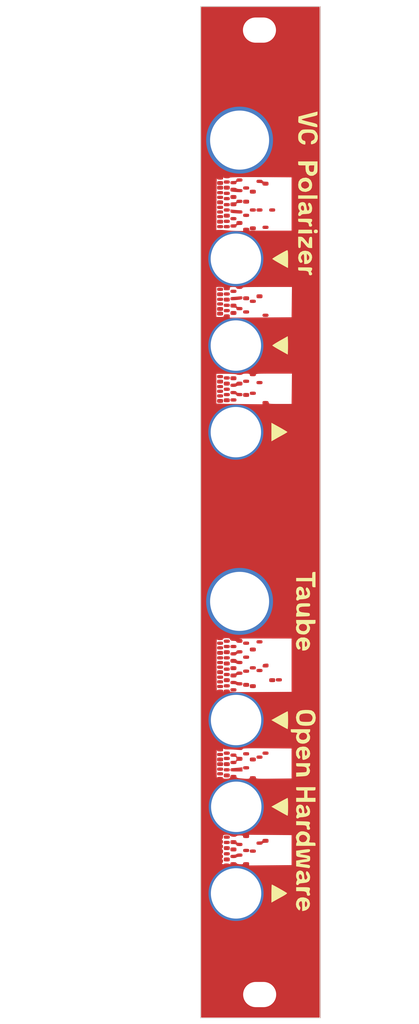
<source format=kicad_pcb>
(kicad_pcb (version 20211014) (generator pcbnew)
  (layers (0 "F.Cu" signal) (31 "B.Cu" signal) (34 "B.Paste" user) (35 "F.Paste" user) (36 "B.SilkS" user "B.Silkscreen") (37 "F.SilkS" user "F.Silkscreen") (38 "B.Mask" user) (39 "F.Mask" user) (44 "Edge.Cuts" user))
  (net 0 "")
  (footprint "urbsLib:blindsV2-FrontPanel-FMask" (layer "F.Cu") (at 111.325 100.075)
    (fp_text reference "G***" hide)
    (fp_text value "LOGO" hide)
  )
  (footprint "" (layer "F.Cu") (at 108.65 52.775)
    (fp_text reference "" (at 0 0) (layer "F.SilkS") (effects (font (size 1.27 1.27))))
    (fp_text value "" (at 0 0) (layer "F.SilkS") (effects (font (size 1.27 1.27))))
    (pad "" thru_hole circle (at 0 0 90) (size 8.5 8.5) (drill 7.5) (layers *.Cu *.Mask))
  )
  (footprint "" (layer "F.Cu") (at 111.2 161.325)
    (fp_text reference "" (at 0 0) (layer "F.SilkS") (effects (font (size 1.27 1.27))))
    (fp_text value "" (at 0 0) (layer "F.SilkS") (effects (font (size 1.27 1.27))))
    (pad "" np_thru_hole oval (at 0 0 90) (size 3.2 4.2) (drill oval 3.2 4.2) (layers F&B.Cu *.Mask))
  )
  (footprint "" (layer "F.Cu") (at 108.225 137.475)
    (fp_text reference "" (at 0 0) (layer "F.SilkS") (effects (font (size 1.27 1.27))))
    (fp_text value "" (at 0 0) (layer "F.SilkS") (effects (font (size 1.27 1.27))))
    (pad "" thru_hole circle (at 0 0 90) (size 7 7) (drill 6.4) (layers *.Cu *.Mask))
  )
  (footprint "" (layer "F.Cu") (at 108.175 89.875)
    (fp_text reference "" (at 0 0) (layer "F.SilkS") (effects (font (size 1.27 1.27))))
    (fp_text value "" (at 0 0) (layer "F.SilkS") (effects (font (size 1.27 1.27))))
    (pad "" thru_hole circle (at 0 0 90) (size 7 7) (drill 6.4) (layers *.Cu *.Mask))
  )
  (footprint "" (layer "F.Cu") (at 111.175 38.8 90)
    (fp_text reference "" (at 0 0 90) (layer "F.SilkS") (effects (font (size 1.27 1.27))))
    (fp_text value "" (at 0 0 90) (layer "F.SilkS") (effects (font (size 1.27 1.27))))
    (pad "" np_thru_hole oval (at 0 0 90) (size 3.2 4.2) (drill oval 3.2 4.2) (layers F&B.Cu *.Mask))
  )
  (footprint "" (layer "F.Cu") (at 108.175 78.875)
    (fp_text reference "" (at 0 0) (layer "F.SilkS") (effects (font (size 1.27 1.27))))
    (fp_text value "" (at 0 0) (layer "F.SilkS") (effects (font (size 1.27 1.27))))
    (pad "" thru_hole circle (at 0 0 90) (size 7 7) (drill 6.4) (layers *.Cu *.Mask))
  )
  (footprint "urbsLib:blindsV2-FrontPanel-FSilk" (layer "F.Cu") (at 111.25 100.1)
    (fp_text reference "G***" hide)
    (fp_text value "LOGO" hide)
  )
  (footprint "" (layer "F.Cu") (at 108.2 148.475)
    (fp_text reference "" (at 0 0) (layer "F.SilkS") (effects (font (size 1.27 1.27))))
    (fp_text value "" (at 0 0) (layer "F.SilkS") (effects (font (size 1.27 1.27))))
    (pad "" thru_hole circle (at 0 0 90) (size 7 7) (drill 6.4) (layers *.Cu *.Mask))
  )
  (footprint "" (layer "F.Cu") (at 108.2 126.45)
    (fp_text reference "" (at 0 0) (layer "F.SilkS") (effects (font (size 1.27 1.27))))
    (fp_text value "" (at 0 0) (layer "F.SilkS") (effects (font (size 1.27 1.27))))
    (pad "" thru_hole circle (at 0 0 90) (size 7 7) (drill 6.4) (layers *.Cu *.Mask))
  )
  (footprint "" (layer "F.Cu") (at 108.65 111.375)
    (fp_text reference "" (at 0 0) (layer "F.SilkS") (effects (font (size 1.27 1.27))))
    (fp_text value "" (at 0 0) (layer "F.SilkS") (effects (font (size 1.27 1.27))))
    (pad "" thru_hole circle (at 0 0 90) (size 8.5 8.5) (drill 7.5) (layers *.Cu *.Mask))
  )
  (footprint "urbsLib:blindsV2-FrontPanel-Bauteile" (layer "F.Cu") (at 111.25 100.05)
    (fp_text reference "G***" hide)
    (fp_text value "LOGO" hide)
  )
  (footprint "urbsLib:blindsV2-FrontPanel-FCU" (layer "F.Cu") (at 111.307525 100.05)
    (fp_text reference "G***" hide)
    (fp_text value "LOGO" hide)
    (fp_poly (pts (xy -4.054073 -39.276561) (xy -3.942309 -39.233437) (xy -3.909152 -39.130758) (xy -3.907692 -39.073667) (xy -3.923537 -38.943052) (xy -4.001418 -38.881168) (xy -4.186859 -38.862809) (xy -4.289967 -38.862) (xy -4.52586 -38.870774) (xy -4.637624 -38.913897) (xy -4.670781 -39.016576) (xy -4.672241 -39.073667) (xy -4.656396 -39.204282) (xy -4.578515 -39.266166) (xy -4.393074 -39.284525) (xy -4.289967 -39.285334)) (layer "F.Cu") (width 0) (fill solid))
    (fp_poly (pts (xy -4.054073 -38.599227) (xy -3.942309 -38.556104) (xy -3.909152 -38.453425) (xy -3.907692 -38.396334) (xy -3.923537 -38.265719) (xy -4.001418 -38.203835) (xy -4.186859 -38.185476) (xy -4.289967 -38.184667) (xy -4.52586 -38.19344) (xy -4.637624 -38.236564) (xy -4.670781 -38.339243) (xy -4.672241 -38.396334) (xy -4.656396 -38.526949) (xy -4.578515 -38.588833) (xy -4.393074 -38.607192) (xy -4.289967 -38.608)) (layer "F.Cu") (width 0) (fill solid))
    (fp_poly (pts (xy -4.903571 21.344773) (xy -4.791807 21.387896) (xy -4.758651 21.490575) (xy -4.757191 21.547666) (xy -4.773035 21.678281) (xy -4.850916 21.740165) (xy -5.036357 21.758524) (xy -5.139465 21.759333) (xy -5.375358 21.75056) (xy -5.487122 21.707436) (xy -5.520279 21.604757) (xy -5.521739 21.547666) (xy -5.505895 21.417051) (xy -5.428013 21.355167) (xy -5.242572 21.336808) (xy -5.139465 21.336)) (layer "F.Cu") (width 0) (fill solid))
    (fp_poly (pts (xy -1.590528 16.434106) (xy -1.478764 16.477229) (xy -1.445607 16.579908) (xy -1.444147 16.637) (xy -1.459992 16.767615) (xy -1.537873 16.829499) (xy -1.723314 16.847858) (xy -1.826421 16.848666) (xy -2.062315 16.839893) (xy -2.174079 16.79677) (xy -2.207236 16.694091) (xy -2.208696 16.637) (xy -2.192851 16.506384) (xy -2.11497 16.4445) (xy -1.929529 16.426141) (xy -1.826421 16.425333)) (layer "F.Cu") (width 0) (fill solid))
    (fp_poly (pts (xy -0.74103 -15.315894) (xy -0.629266 -15.272771) (xy -0.596109 -15.170092) (xy -0.594649 -15.113) (xy -0.610493 -14.982385) (xy -0.688375 -14.920501) (xy -0.873815 -14.902142) (xy -0.976923 -14.901334) (xy -1.212817 -14.910107) (xy -1.324581 -14.95323) (xy -1.357737 -15.055909) (xy -1.359197 -15.113) (xy -1.343353 -15.243616) (xy -1.265471 -15.3055) (xy -1.080031 -15.323859) (xy -0.976923 -15.324667)) (layer "F.Cu") (width 0) (fill solid))
    (fp_poly (pts (xy -4.903571 -38.937894) (xy -4.791807 -38.894771) (xy -4.758651 -38.792092) (xy -4.757191 -38.735) (xy -4.773035 -38.604385) (xy -4.850916 -38.542501) (xy -5.036357 -38.524142) (xy -5.139465 -38.523334) (xy -5.375358 -38.532107) (xy -5.487122 -38.57523) (xy -5.520279 -38.677909) (xy -5.521739 -38.735) (xy -5.505895 -38.865616) (xy -5.428013 -38.9275) (xy -5.242572 -38.945859) (xy -5.139465 -38.946667)) (layer "F.Cu") (width 0) (fill solid))
    (fp_poly (pts (xy -4.0549 18.972696) (xy -3.943565 19.015209) (xy -3.909853 19.123509) (xy -3.907692 19.219333) (xy -3.918774 19.375521) (xy -3.982757 19.449497) (xy -4.14575 19.471897) (xy -4.289967 19.473333) (xy -4.525033 19.46597) (xy -4.636368 19.423457) (xy -4.67008 19.315157) (xy -4.672241 19.219333) (xy -4.661159 19.063144) (xy -4.597176 18.989168) (xy -4.434183 18.966769) (xy -4.289967 18.965333)) (layer "F.Cu") (width 0) (fill solid))
    (fp_poly (pts (xy -4.054073 -42.155227) (xy -3.942309 -42.112104) (xy -3.909152 -42.009425) (xy -3.907692 -41.952334) (xy -3.923537 -41.821719) (xy -4.001418 -41.759835) (xy -4.186859 -41.741476) (xy -4.289967 -41.740667) (xy -4.52586 -41.74944) (xy -4.637624 -41.792564) (xy -4.670781 -41.895243) (xy -4.672241 -41.952334) (xy -4.656396 -42.082949) (xy -4.578515 -42.144833) (xy -4.393074 -42.163192) (xy -4.289967 -42.164)) (layer "F.Cu") (width 0) (fill solid))
    (fp_poly (pts (xy -1.590528 30.488773) (xy -1.478764 30.531896) (xy -1.445607 30.634575) (xy -1.444147 30.691666) (xy -1.459992 30.822281) (xy -1.537873 30.884165) (xy -1.723314 30.902524) (xy -1.826421 30.903333) (xy -2.062315 30.89456) (xy -2.174079 30.851436) (xy -2.207236 30.748757) (xy -2.208696 30.691666) (xy -2.192851 30.561051) (xy -2.11497 30.499167) (xy -1.929529 30.480808) (xy -1.826421 30.48)) (layer "F.Cu") (width 0) (fill solid))
    (fp_poly (pts (xy -4.054073 -25.814561) (xy -3.942309 -25.771437) (xy -3.909152 -25.668758) (xy -3.907692 -25.611667) (xy -3.923537 -25.481052) (xy -4.001418 -25.419168) (xy -4.186859 -25.400809) (xy -4.289967 -25.4) (xy -4.52586 -25.408774) (xy -4.637624 -25.451897) (xy -4.670781 -25.554576) (xy -4.672241 -25.611667) (xy -4.656396 -25.742282) (xy -4.578515 -25.804166) (xy -4.393074 -25.822525) (xy -4.289967 -25.823334)) (layer "F.Cu") (width 0) (fill solid))
    (fp_poly (pts (xy -1.590528 32.266773) (xy -1.478764 32.309896) (xy -1.445607 32.412575) (xy -1.444147 32.469666) (xy -1.459992 32.600281) (xy -1.537873 32.662165) (xy -1.723314 32.680524) (xy -1.826421 32.681333) (xy -2.062315 32.67256) (xy -2.174079 32.629436) (xy -2.207236 32.526757) (xy -2.208696 32.469666) (xy -2.192851 32.339051) (xy -2.11497 32.277167) (xy -1.929529 32.258808) (xy -1.826421 32.258)) (layer "F.Cu") (width 0) (fill solid))
    (fp_poly (pts (xy -4.0549 17.533363) (xy -3.943565 17.575876) (xy -3.909853 17.684175) (xy -3.907692 17.78) (xy -3.918774 17.936188) (xy -3.982757 18.010164) (xy -4.14575 18.032564) (xy -4.289967 18.034) (xy -4.525033 18.026636) (xy -4.636368 17.984123) (xy -4.67008 17.875824) (xy -4.672241 17.78) (xy -4.661159 17.623811) (xy -4.597176 17.549835) (xy -4.434183 17.527435) (xy -4.289967 17.526)) (layer "F.Cu") (width 0) (fill solid))
    (fp_poly (pts (xy -4.0549 21.089363) (xy -3.943565 21.131876) (xy -3.909853 21.240175) (xy -3.907692 21.336) (xy -3.918774 21.492188) (xy -3.982757 21.566164) (xy -4.14575 21.588564) (xy -4.289967 21.59) (xy -4.525033 21.582636) (xy -4.636368 21.540123) (xy -4.67008 21.431824) (xy -4.672241 21.336) (xy -4.661159 21.179811) (xy -4.597176 21.105835) (xy -4.434183 21.083435) (xy -4.289967 21.082)) (layer "F.Cu") (width 0) (fill solid))
    (fp_poly (pts (xy -3.204575 -37.498561) (xy -3.092811 -37.455437) (xy -3.059654 -37.352758) (xy -3.058194 -37.295667) (xy -3.074038 -37.165052) (xy -3.15192 -37.103168) (xy -3.337361 -37.084809) (xy -3.440468 -37.084) (xy -3.676362 -37.092774) (xy -3.788126 -37.135897) (xy -3.821282 -37.238576) (xy -3.822742 -37.295667) (xy -3.806898 -37.426282) (xy -3.729017 -37.488166) (xy -3.543576 -37.506525) (xy -3.440468 -37.507334)) (layer "F.Cu") (width 0) (fill solid))
    (fp_poly (pts (xy -1.591355 -27.424637) (xy -1.48002 -27.382124) (xy -1.446308 -27.273825) (xy -1.444147 -27.178) (xy -1.455229 -27.021812) (xy -1.519212 -26.947836) (xy -1.682205 -26.925436) (xy -1.826421 -26.924) (xy -2.061488 -26.931364) (xy -2.172823 -26.973877) (xy -2.206535 -27.082176) (xy -2.208696 -27.178) (xy -2.197614 -27.334189) (xy -2.133631 -27.408165) (xy -1.970638 -27.430565) (xy -1.826421 -27.432)) (layer "F.Cu") (width 0) (fill solid))
    (fp_poly (pts (xy -0.741857 21.851363) (xy -0.630522 21.893876) (xy -0.59681 22.002175) (xy -0.594649 22.098) (xy -0.60573 22.254188) (xy -0.669713 22.328164) (xy -0.832706 22.350564) (xy -0.976923 22.352) (xy -1.211989 22.344636) (xy -1.323324 22.302123) (xy -1.357036 22.193824) (xy -1.359197 22.098) (xy -1.348116 21.941811) (xy -1.284133 21.867835) (xy -1.12114 21.845435) (xy -0.976923 21.844)) (layer "F.Cu") (width 0) (fill solid))
    (fp_poly (pts (xy 0.108469 -38.599227) (xy 0.220233 -38.556104) (xy 0.25339 -38.453425) (xy 0.25485 -38.396334) (xy 0.239005 -38.265719) (xy 0.161124 -38.203835) (xy -0.024317 -38.185476) (xy -0.127425 -38.184667) (xy -0.363318 -38.19344) (xy -0.475082 -38.236564) (xy -0.508239 -38.339243) (xy -0.509699 -38.396334) (xy -0.493855 -38.526949) (xy -0.415973 -38.588833) (xy -0.230532 -38.607192) (xy -0.127425 -38.608)) (layer "F.Cu") (width 0) (fill solid))
    (fp_poly (pts (xy 0.873017 -25.221894) (xy 0.984781 -25.178771) (xy 1.017938 -25.076092) (xy 1.019398 -25.019) (xy 1.003554 -24.888385) (xy 0.925672 -24.826501) (xy 0.740231 -24.808142) (xy 0.637124 -24.807334) (xy 0.40123 -24.816107) (xy 0.289466 -24.85923) (xy 0.25631 -24.961909) (xy 0.25485 -25.019) (xy 0.270694 -25.149616) (xy 0.348575 -25.2115) (xy 0.534016 -25.229859) (xy 0.637124 -25.230667)) (layer "F.Cu") (width 0) (fill solid))
    (fp_poly (pts (xy -1.591355 -15.147971) (xy -1.48002 -15.105458) (xy -1.446308 -14.997158) (xy -1.444147 -14.901334) (xy -1.455229 -14.745145) (xy -1.519212 -14.671169) (xy -1.682205 -14.64877) (xy -1.826421 -14.647334) (xy -2.061488 -14.654697) (xy -2.172823 -14.69721) (xy -2.206535 -14.80551) (xy -2.208696 -14.901334) (xy -2.197614 -15.057522) (xy -2.133631 -15.131498) (xy -1.970638 -15.153898) (xy -1.826421 -15.155334)) (layer "F.Cu") (width 0) (fill solid))
    (fp_poly (pts (xy -2.440026 17.534773) (xy -2.328262 17.577896) (xy -2.295105 17.680575) (xy -2.293645 17.737666) (xy -2.30949 17.868281) (xy -2.387371 17.930165) (xy -2.572812 17.948524) (xy -2.67592 17.949333) (xy -2.927882 17.965953) (xy -3.04265 18.022467) (xy -3.058194 18.076333) (xy -3.108222 18.16004) (xy -3.278331 18.198169) (xy -3.440468 18.203333) (xy -3.676362 18.19456) (xy -3.788126 18.151436) (xy -3.821282 18.048757) (xy -3.822742 17.991666) (xy -3.806898 17.861051) (xy -3.729017 17.799167) (xy -3.543576 17.780808) (xy -3.440468 17.78) (xy -3.188506 17.763379) (xy -3.073738 17.706865) (xy -3.058194 17.653) (xy -3.008165 17.569292) (xy -2.838057 17.531163) (xy -2.67592 17.526)) (layer "F.Cu") (width 0) (fill solid))
    (fp_poly (pts (xy 0.124537 -42.232047) (xy 0.239306 -42.175533) (xy 0.25485 -42.121667) (xy 0.304878 -42.03796) (xy 0.474986 -41.999831) (xy 0.637124 -41.994667) (xy 0.87219 -41.987304) (xy 0.983525 -41.944791) (xy 1.017237 -41.836491) (xy 1.019398 -41.740667) (xy 1.008317 -41.584479) (xy 0.944333 -41.510503) (xy 0.781341 -41.488103) (xy 0.637124 -41.486667) (xy 0.398233 -41.497747) (xy 0.285268 -41.543752) (xy 0.254995 -41.643836) (xy 0.25485 -41.656) (xy 0.229837 -41.76182) (xy 0.125978 -41.81186) (xy -0.099963 -41.825269) (xy -0.127425 -41.825334) (xy -0.363318 -41.834107) (xy -0.475082 -41.87723) (xy -0.508239 -41.979909) (xy -0.509699 -42.037) (xy -0.493855 -42.167616) (xy -0.415973 -42.2295) (xy -0.230532 -42.247859) (xy -0.127425 -42.248667)) (layer "F.Cu") (width 0) (fill solid))
    (fp_poly (pts (xy -4.054073 41.749439) (xy -3.942309 41.792563) (xy -3.909152 41.895242) (xy -3.907692 41.952333) (xy -3.923537 42.082948) (xy -4.001418 42.144832) (xy -4.186859 42.163191) (xy -4.289967 42.164) (xy -4.52586 42.155226) (xy -4.637624 42.112103) (xy -4.670781 42.009424) (xy -4.672241 41.952333) (xy -4.656396 41.821718) (xy -4.578515 41.759834) (xy -4.393074 41.741475) (xy -4.289967 41.740666)) (layer "F.Cu") (width 0) (fill solid))
    (fp_poly (pts (xy -3.205402 -25.561971) (xy -3.094067 -25.519458) (xy -3.060355 -25.411158) (xy -3.058194 -25.315334) (xy -3.069275 -25.159145) (xy -3.133259 -25.085169) (xy -3.296251 -25.06277) (xy -3.440468 -25.061334) (xy -3.675534 -25.068697) (xy -3.78687 -25.11121) (xy -3.820582 -25.21951) (xy -3.822742 -25.315334) (xy -3.811661 -25.471522) (xy -3.747678 -25.545498) (xy -3.584685 -25.567898) (xy -3.440468 -25.569334)) (layer "F.Cu") (width 0) (fill solid))
    (fp_poly (pts (xy -1.590528 18.212106) (xy -1.478764 18.255229) (xy -1.445607 18.357908) (xy -1.444147 18.415) (xy -1.459992 18.545615) (xy -1.537873 18.607499) (xy -1.723314 18.625858) (xy -1.826421 18.626666) (xy -2.062315 18.617893) (xy -2.174079 18.57477) (xy -2.207236 18.472091) (xy -2.208696 18.415) (xy -2.192851 18.284384) (xy -2.11497 18.2225) (xy -1.929529 18.204141) (xy -1.826421 18.203333)) (layer "F.Cu") (width 0) (fill solid))
    (fp_poly (pts (xy -4.903571 -14.977227) (xy -4.791807 -14.934104) (xy -4.758651 -14.831425) (xy -4.757191 -14.774334) (xy -4.773035 -14.643719) (xy -4.850916 -14.581835) (xy -5.036357 -14.563476) (xy -5.139465 -14.562667) (xy -5.375358 -14.57144) (xy -5.487122 -14.614564) (xy -5.520279 -14.717243) (xy -5.521739 -14.774334) (xy -5.505895 -14.904949) (xy -5.428013 -14.966833) (xy -5.242572 -14.985192) (xy -5.139465 -14.986)) (layer "F.Cu") (width 0) (fill solid))
    (fp_poly (pts (xy -2.293645 32.935333) (xy -3.058194 32.935333) (xy -3.420117 32.933647) (xy -3.644836 32.922557) (xy -3.765044 32.89301) (xy -3.813436 32.835954) (xy -3.822705 32.742339) (xy -3.822742 32.723666) (xy -3.78565 32.560492) (xy -3.648165 32.511671) (xy -3.631605 32.511398) (xy -3.449632 32.50326) (xy -3.163637 32.482622) (xy -2.867057 32.456821) (xy -2.293645 32.402846)) (layer "F.Cu") (width 0) (fill solid))
    (fp_poly (pts (xy -4.903571 -40.207894) (xy -4.791807 -40.164771) (xy -4.758651 -40.062092) (xy -4.757191 -40.005) (xy -4.773035 -39.874385) (xy -4.850916 -39.812501) (xy -5.036357 -39.794142) (xy -5.139465 -39.793334) (xy -5.375358 -39.802107) (xy -5.487122 -39.84523) (xy -5.520279 -39.947909) (xy -5.521739 -40.005) (xy -5.505895 -40.135616) (xy -5.428013 -40.1975) (xy -5.242572 -40.215859) (xy -5.139465 -40.216667)) (layer "F.Cu") (width 0) (fill solid))
    (fp_poly (pts (xy -4.904399 -37.161304) (xy -4.793064 -37.118791) (xy -4.759352 -37.010491) (xy -4.757191 -36.914667) (xy -4.768272 -36.758479) (xy -4.832255 -36.684503) (xy -4.995248 -36.662103) (xy -5.139465 -36.660667) (xy -5.374531 -36.66803) (xy -5.485866 -36.710543) (xy -5.519578 -36.818843) (xy -5.521739 -36.914667) (xy -5.510658 -37.070856) (xy -5.446674 -37.144832) (xy -5.283682 -37.167231) (xy -5.139465 -37.168667)) (layer "F.Cu") (width 0) (fill solid))
    (fp_poly (pts (xy -4.903571 -37.752561) (xy -4.791807 -37.709437) (xy -4.758651 -37.606758) (xy -4.757191 -37.549667) (xy -4.773035 -37.419052) (xy -4.850916 -37.357168) (xy -5.036357 -37.338809) (xy -5.139465 -37.338) (xy -5.375358 -37.346774) (xy -5.487122 -37.389897) (xy -5.520279 -37.492576) (xy -5.521739 -37.549667) (xy -5.505895 -37.680282) (xy -5.428013 -37.742166) (xy -5.242572 -37.760525) (xy -5.139465 -37.761334)) (layer "F.Cu") (width 0) (fill solid))
    (fp_poly (pts (xy -1.591355 -39.701304) (xy -1.48002 -39.658791) (xy -1.446308 -39.550491) (xy -1.444147 -39.454667) (xy -1.455229 -39.298479) (xy -1.519212 -39.224503) (xy -1.682205 -39.202103) (xy -1.826421 -39.200667) (xy -2.061488 -39.20803) (xy -2.172823 -39.250543) (xy -2.206535 -39.358843) (xy -2.208696 -39.454667) (xy -2.197614 -39.610856) (xy -2.133631 -39.684832) (xy -1.970638 -39.707231) (xy -1.826421 -39.708667)) (layer "F.Cu") (width 0) (fill solid))
    (fp_poly (pts (xy -4.903571 -26.661227) (xy -4.791807 -26.618104) (xy -4.758651 -26.515425) (xy -4.757191 -26.458334) (xy -4.773035 -26.327719) (xy -4.850916 -26.265835) (xy -5.036357 -26.247476) (xy -5.139465 -26.246667) (xy -5.375358 -26.25544) (xy -5.487122 -26.298564) (xy -5.520279 -26.401243) (xy -5.521739 -26.458334) (xy -5.505895 -26.588949) (xy -5.428013 -26.650833) (xy -5.242572 -26.669192) (xy -5.139465 -26.67)) (layer "F.Cu") (width 0) (fill solid))
    (fp_poly (pts (xy -4.0549 42.425363) (xy -3.943565 42.467876) (xy -3.909853 42.576175) (xy -3.907692 42.672) (xy -3.918774 42.828188) (xy -3.982757 42.902164) (xy -4.14575 42.924564) (xy -4.289967 42.926) (xy -4.525033 42.918636) (xy -4.636368 42.876123) (xy -4.67008 42.767824) (xy -4.672241 42.672) (xy -4.661159 42.515811) (xy -4.597176 42.441835) (xy -4.434183 42.419435) (xy -4.289967 42.418)) (layer "F.Cu") (width 0) (fill solid))
    (fp_poly (pts (xy -4.0549 31.757363) (xy -3.943565 31.799876) (xy -3.909853 31.908175) (xy -3.907692 32.004) (xy -3.918774 32.160188) (xy -3.982757 32.234164) (xy -4.14575 32.256564) (xy -4.289967 32.258) (xy -4.525033 32.250636) (xy -4.636368 32.208123) (xy -4.67008 32.099824) (xy -4.672241 32.004) (xy -4.661159 31.847811) (xy -4.597176 31.773835) (xy -4.434183 31.751435) (xy -4.289967 31.75)) (layer "F.Cu") (width 0) (fill solid))
    (fp_poly (pts (xy -4.903571 -38.345227) (xy -4.791807 -38.302104) (xy -4.758651 -38.199425) (xy -4.757191 -38.142334) (xy -4.773035 -38.011719) (xy -4.850916 -37.949835) (xy -5.036357 -37.931476) (xy -5.139465 -37.930667) (xy -5.375358 -37.93944) (xy -5.487122 -37.982564) (xy -5.520279 -38.085243) (xy -5.521739 -38.142334) (xy -5.505895 -38.272949) (xy -5.428013 -38.334833) (xy -5.242572 -38.353192) (xy -5.139465 -38.354)) (layer "F.Cu") (width 0) (fill solid))
    (fp_poly (pts (xy -4.054073 16.180106) (xy -3.942309 16.223229) (xy -3.909152 16.325908) (xy -3.907692 16.383) (xy -3.923537 16.513615) (xy -4.001418 16.575499) (xy -4.186859 16.593858) (xy -4.289967 16.594666) (xy -4.52586 16.585893) (xy -4.637624 16.54277) (xy -4.670781 16.440091) (xy -4.672241 16.383) (xy -4.656396 16.252384) (xy -4.578515 16.1905) (xy -4.393074 16.172141) (xy -4.289967 16.171333)) (layer "F.Cu") (width 0) (fill solid))
    (fp_poly (pts (xy 0.108469 19.905439) (xy 0.220233 19.948563) (xy 0.25339 20.051242) (xy 0.25485 20.108333) (xy 0.239005 20.238948) (xy 0.161124 20.300832) (xy -0.024317 20.319191) (xy -0.127425 20.32) (xy -0.363318 20.311226) (xy -0.475082 20.268103) (xy -0.508239 20.165424) (xy -0.509699 20.108333) (xy -0.493855 19.977718) (xy -0.415973 19.915834) (xy -0.230532 19.897475) (xy -0.127425 19.896666)) (layer "F.Cu") (width 0) (fill solid))
    (fp_poly (pts (xy -4.904399 -39.616637) (xy -4.793064 -39.574124) (xy -4.759352 -39.465825) (xy -4.757191 -39.37) (xy -4.768272 -39.213812) (xy -4.832255 -39.139836) (xy -4.995248 -39.117436) (xy -5.139465 -39.116) (xy -5.374531 -39.123364) (xy -5.485866 -39.165877) (xy -5.519578 -39.274176) (xy -5.521739 -39.37) (xy -5.510658 -39.526189) (xy -5.446674 -39.600165) (xy -5.283682 -39.622565) (xy -5.139465 -39.624)) (layer "F.Cu") (width 0) (fill solid))
    (fp_poly (pts (xy -4.903571 -17.432561) (xy -4.791807 -17.389437) (xy -4.758651 -17.286758) (xy -4.757191 -17.229667) (xy -4.773035 -17.099052) (xy -4.850916 -17.037168) (xy -5.036357 -17.018809) (xy -5.139465 -17.018) (xy -5.375358 -17.026774) (xy -5.487122 -17.069897) (xy -5.520279 -17.172576) (xy -5.521739 -17.229667) (xy -5.505895 -17.360282) (xy -5.428013 -17.422166) (xy -5.242572 -17.440525) (xy -5.139465 -17.441334)) (layer "F.Cu") (width 0) (fill solid))
    (fp_poly (pts (xy -0.74103 19.566773) (xy -0.629266 19.609896) (xy -0.596109 19.712575) (xy -0.594649 19.769666) (xy -0.610493 19.900281) (xy -0.688375 19.962165) (xy -0.873815 19.980524) (xy -0.976923 19.981333) (xy -1.212817 19.97256) (xy -1.324581 19.929436) (xy -1.357737 19.826757) (xy -1.359197 19.769666) (xy -1.343353 19.639051) (xy -1.265471 19.577167) (xy -1.080031 19.558808) (xy -0.976923 19.558)) (layer "F.Cu") (width 0) (fill solid))
    (fp_poly (pts (xy -4.904399 -27.932637) (xy -4.793064 -27.890124) (xy -4.759352 -27.781825) (xy -4.757191 -27.686) (xy -4.768272 -27.529812) (xy -4.832255 -27.455836) (xy -4.995248 -27.433436) (xy -5.139465 -27.432) (xy -5.374531 -27.439364) (xy -5.485866 -27.481877) (xy -5.519578 -27.590176) (xy -5.521739 -27.686) (xy -5.510658 -27.842189) (xy -5.446674 -27.916165) (xy -5.283682 -27.938565) (xy -5.139465 -27.94)) (layer "F.Cu") (width 0) (fill solid))
    (fp_poly (pts (xy -4.054073 -40.715894) (xy -3.942309 -40.672771) (xy -3.909152 -40.570092) (xy -3.907692 -40.513) (xy -3.923537 -40.382385) (xy -4.001418 -40.320501) (xy -4.186859 -40.302142) (xy -4.289967 -40.301334) (xy -4.52586 -40.310107) (xy -4.637624 -40.35323) (xy -4.670781 -40.455909) (xy -4.672241 -40.513) (xy -4.656396 -40.643616) (xy -4.578515 -40.7055) (xy -4.393074 -40.723859) (xy -4.289967 -40.724667)) (layer "F.Cu") (width 0) (fill solid))
    (fp_poly (pts (xy -4.0549 -14.470637) (xy -3.943565 -14.428124) (xy -3.909853 -14.319825) (xy -3.907692 -14.224) (xy -3.918774 -14.067812) (xy -3.982757 -13.993836) (xy -4.14575 -13.971436) (xy -4.289967 -13.97) (xy -4.525033 -13.977364) (xy -4.636368 -14.019877) (xy -4.67008 -14.128176) (xy -4.672241 -14.224) (xy -4.661159 -14.380189) (xy -4.597176 -14.454165) (xy -4.434183 -14.476565) (xy -4.289967 -14.478)) (layer "F.Cu") (width 0) (fill solid))
    (fp_poly (pts (xy -4.903571 16.434106) (xy -4.791807 16.477229) (xy -4.758651 16.579908) (xy -4.757191 16.637) (xy -4.773035 16.767615) (xy -4.850916 16.829499) (xy -5.036357 16.847858) (xy -5.139465 16.848666) (xy -5.375358 16.839893) (xy -5.487122 16.79677) (xy -5.520279 16.694091) (xy -5.521739 16.637) (xy -5.505895 16.506384) (xy -5.428013 16.4445) (xy -5.242572 16.426141) (xy -5.139465 16.425333)) (layer "F.Cu") (width 0) (fill solid))
    (fp_poly (pts (xy -4.904399 -26.069971) (xy -4.793064 -26.027458) (xy -4.759352 -25.919158) (xy -4.757191 -25.823334) (xy -4.768272 -25.667145) (xy -4.832255 -25.593169) (xy -4.995248 -25.57077) (xy -5.139465 -25.569334) (xy -5.374531 -25.576697) (xy -5.485866 -25.61921) (xy -5.519578 -25.72751) (xy -5.521739 -25.823334) (xy -5.510658 -25.979522) (xy -5.446674 -26.053498) (xy -5.283682 -26.075898) (xy -5.139465 -26.077334)) (layer "F.Cu") (width 0) (fill solid))
    (fp_poly (pts (xy -3.205402 -17.264637) (xy -3.094067 -17.222124) (xy -3.060355 -17.113825) (xy -3.058194 -17.018) (xy -3.069275 -16.861812) (xy -3.133259 -16.787836) (xy -3.296251 -16.765436) (xy -3.440468 -16.764) (xy -3.675534 -16.771364) (xy -3.78687 -16.813877) (xy -3.820582 -16.922176) (xy -3.822742 -17.018) (xy -3.811661 -17.174189) (xy -3.747678 -17.248165) (xy -3.584685 -17.270565) (xy -3.440468 -17.272)) (layer "F.Cu") (width 0) (fill solid))
    (fp_poly (pts (xy -4.054073 -40.038561) (xy -3.942309 -39.995437) (xy -3.909152 -39.892758) (xy -3.907692 -39.835667) (xy -3.923537 -39.705052) (xy -4.001418 -39.643168) (xy -4.186859 -39.624809) (xy -4.289967 -39.624) (xy -4.52586 -39.632774) (xy -4.637624 -39.675897) (xy -4.670781 -39.778576) (xy -4.672241 -39.835667) (xy -4.656396 -39.966282) (xy -4.578515 -40.028166) (xy -4.393074 -40.046525) (xy -4.289967 -40.047334)) (layer "F.Cu") (width 0) (fill solid))
    (fp_poly (pts (xy 0.107642 -27.678637) (xy 0.218977 -27.636124) (xy 0.252689 -27.527825) (xy 0.25485 -27.432) (xy 0.243768 -27.275812) (xy 0.179785 -27.201836) (xy 0.016792 -27.179436) (xy -0.127425 -27.178) (xy -0.362491 -27.185364) (xy -0.473826 -27.227877) (xy -0.507538 -27.336176) (xy -0.509699 -27.432) (xy -0.498617 -27.588189) (xy -0.434634 -27.662165) (xy -0.271641 -27.684565) (xy -0.127425 -27.686)) (layer "F.Cu") (width 0) (fill solid))
    (fp_poly (pts (xy 7.645485 64.262) (xy -7.560535 64.262) (xy -7.560535 44.03288) (xy -4.92585 44.03288) (xy -4.863378 44.076055) (xy -4.779978 44.190472) (xy -4.757191 44.323) (xy -4.797562 44.494078) (xy -4.863378 44.563498) (xy -4.917385 44.621479) (xy -4.84214 44.694841) (xy -4.719341 44.735534) (xy -4.686399 44.701286) (xy -4.5888 44.644291) (xy -4.39207 44.62072) (xy -4.16322 44.628589) (xy -3.969263 44.665918) (xy -3.879003 44.725166) (xy -3.844598 44.739733) (xy -3.829449 44.6405) (xy -3.80495 44.522215) (xy -3.712129 44.466267) (xy -3.50543 44.450346) (xy -3.440468 44.45) (xy -3.181902 44.468908) (xy -3.068029 44.530071) (xy -3.058194 44.568828) (xy -2.988621 44.652952) (xy -2.770701 44.704223) (xy -2.633392 44.716995) (xy -2.377851 44.725746) (xy -2.250082 44.698505) (xy -2.209779 44.623996) (xy -2.208643 44.598166) (xy -2.174945 44.504028) (xy -2.047271 44.459825) (xy -1.826421 44.45) (xy -1.590569 44.458725) (xy -1.478824 44.50181) (xy -1.445637 44.604618) (xy -1.444147 44.662855) (xy -1.444147 44.875711) (xy 1.25301 44.853355) (xy 3.950167 44.831) (xy 3.950167 41.021) (xy -1.444147 40.976288) (xy -1.444147 41.189144) (xy -1.459817 41.32047) (xy -1.537194 41.382691) (xy -1.72183 41.40117) (xy -1.826421 41.402) (xy -2.065312 41.39092) (xy -2.178277 41.344914) (xy -2.20855 41.244831) (xy -2.208696 41.232666) (xy -2.231058 41.131099) (xy -2.325978 41.080444) (xy -2.535201 41.064057) (xy -2.633445 41.063333) (xy -2.87574 41.078562) (xy -3.02953 41.117501) (xy -3.058194 41.148) (xy -3.130478 41.210478) (xy -3.306513 41.235743) (xy -3.525077 41.227053) (xy -3.724945 41.187666) (xy -3.844894 41.120843) (xy -3.853463 41.105666) (xy -3.954433 41.020245) (xy -4.187461 40.982101) (xy -4.329775 40.978666) (xy -4.582266 40.984312) (xy -4.708548 41.018069) (xy -4.752286 41.105166) (xy -4.757191 41.225611) (xy -4.790048 41.419087) (xy -4.863378 41.521944) (xy -4.92585 41.577547) (xy -4.863378 41.620722) (xy -4.779978 41.735139) (xy -4.757191 41.867666) (xy -4.79784 42.041734) (xy -4.863378 42.114611) (xy -4.92585 42.170214) (xy -4.863378 42.213388) (xy -4.779978 42.327805) (xy -4.757191 42.460333) (xy -4.79784 42.6344) (xy -4.863378 42.707277) (xy -4.92585 42.76288) (xy -4.863378 42.806055) (xy -4.78588 42.918416) (xy -4.757191 43.095333) (xy -4.790972 43.286122) (xy -4.863378 43.384611) (xy -4.92585 43.440214) (xy -4.863378 43.483388) (xy -4.779978 43.597805) (xy -4.757191 43.730333) (xy -4.79784 43.9044) (xy -4.863378 43.977277) (xy -4.92585 44.03288) (xy -7.560535 44.03288) (xy -7.560535 31.877) (xy -5.587254 31.877) (xy -5.587202 32.42337) (xy -5.583792 32.901517) (xy -5.577463 33.28949) (xy -5.568656 33.565337) (xy -5.557808 33.707107) (xy -5.550428 33.7185) (xy -5.44614 33.643532) (xy -5.252573 33.609517) (xy -5.031934 33.614447) (xy -4.846432 33.656316) (xy -4.758276 33.733117) (xy -4.757191 33.744091) (xy -4.723521 33.821138) (xy -4.598284 33.854162) (xy -4.345143 33.851788) (xy -4.311204 33.849924) (xy -4.049805 33.82779) (xy -3.912973 33.783759) (xy -3.855402 33.693071) (xy -3.838337 33.5915) (xy -3.806164 33.446832) (xy -3.721002 33.379037) (xy -3.533157 33.359443) (xy -3.434826 33.358666) (xy -3.200615 33.36829) (xy -3.090507 33.413194) (xy -3.059082 33.517431) (xy -3.058194 33.55809) (xy -3.044486 33.665309) (xy -2.978547 33.731421) (xy -2.823154 33.772875) (xy -2.541084 33.80612) (xy -2.484783 33.811488) (xy -2.025374 33.851015) (xy -1.708959 33.866325) (xy -1.510025 33.85483) (xy -1.403059 33.813941) (xy -1.362546 33.741072) (xy -1.359197 33.697333) (xy -1.334185 33.591513) (xy -1.230326 33.541474) (xy -1.004385 33.528064) (xy -0.976923 33.528) (xy -0.738205 33.538977) (xy -0.6253 33.584822) (xy -0.594831 33.684905) (xy -0.594649 33.698716) (xy -0.589819 33.749703) (xy -0.562693 33.78913) (xy -0.494319 33.818232) (xy -0.365743 33.838246) (xy -0.158012 33.850407) (xy 0.147826 33.85595) (xy 0.570724 33.856112) (xy 1.129637 33.852128) (xy 1.677759 33.846882) (xy 3.950167 33.824333) (xy 3.950167 30.014333) (xy 0.828261 29.994342) (xy 0.01335 29.989688) (xy -0.64752 29.987606) (xy -1.170196 29.988686) (xy -1.570527 29.993515) (xy -1.864358 30.002681) (xy -2.067538 30.016772) (xy -2.195913 30.036377) (xy -2.265331 30.062083) (xy -2.291639 30.094479) (xy -2.293645 30.11019) (xy -2.3126 30.174153) (xy -2.390568 30.20797) (xy -2.5592 30.214694) (xy -2.850152 30.19738) (xy -3.036956 30.18191) (xy -3.437877 30.153597) (xy -3.831463 30.136263) (xy -4.145048 30.132887) (xy -4.197034 30.134351) (xy -4.501227 30.121755) (xy -4.669419 30.057982) (xy -4.684195 30.040288) (xy -4.73663 30.013842) (xy -4.755803 30.152667) (xy -4.75589 30.1625) (xy -4.77022 30.306639) (xy -4.84199 30.374393) (xy -5.017584 30.394339) (xy -5.133822 30.395333) (xy -5.369722 30.385338) (xy -5.486871 30.336207) (xy -5.536096 30.219216) (xy -5.545843 30.1625) (xy -5.556027 30.175785) (xy -5.565572 30.338398) (xy -5.573994 30.630329) (xy -5.580811 31.031573) (xy -5.585538 31.522122) (xy -5.587254 31.877) (xy -7.560535 31.877) (xy -7.560535 19.150738) (xy -5.590242 19.150738) (xy -5.590128 19.431) (xy -5.588517 20.162642) (xy -5.585235 20.832789) (xy -5.580503 21.424549) (xy -5.574538 21.92103) (xy -5.567561 22.305341) (xy -5.559789 22.560589) (xy -5.551443 22.669885) (xy -5.548131 22.6695) (xy -5.476575 22.571244) (xy -5.303134 22.52748) (xy -5.133236 22.521333) (xy -4.897264 22.532144) (xy -4.784173 22.579791) (xy -4.747525 22.687096) (xy -4.745622 22.711833) (xy -4.734053 22.902333) (xy -4.697239 22.711833) (xy -4.649313 22.591536) (xy -4.534416 22.535655) (xy -4.303043 22.521366) (xy -4.284058 22.521333) (xy -4.047538 22.532714) (xy -3.936614 22.579977) (xy -3.907764 22.682803) (xy -3.907692 22.691512) (xy -3.904343 22.731262) (xy -3.884681 22.764186) (xy -3.834285 22.790829) (xy -3.738736 22.811734) (xy -3.583613 22.827444) (xy -3.354494 22.838504) (xy -3.036959 22.845457) (xy -2.616589 22.848848) (xy -2.078961 22.849219) (xy -1.409656 22.847116) (xy -0.594252 22.843081) (xy 0.021237 22.839678) (xy 3.950167 22.817666) (xy 3.950167 16.044333) (xy 0.424749 16.037948) (xy -0.312297 16.037328) (xy -0.978504 16.038162) (xy -1.558818 16.040327) (xy -2.038182 16.043698) (xy -2.401541 16.048151) (xy -2.633839 16.053561) (xy -2.72002 16.059804) (xy -2.697157 16.063754) (xy -2.453575 16.090803) (xy -2.334998 16.141541) (xy -2.2967 16.247176) (xy -2.293645 16.345305) (xy -2.305134 16.498671) (xy -2.370318 16.571313) (xy -2.535272 16.593287) (xy -2.67592 16.594666) (xy -2.927882 16.578046) (xy -3.04265 16.521532) (xy -3.058194 16.467666) (xy -3.109482 16.382962) (xy -3.282978 16.34514) (xy -3.43056 16.340666) (xy -3.675951 16.325065) (xy -3.801175 16.265284) (xy -3.847357 16.171333) (xy -3.902564 16.068627) (xy -4.028239 16.017649) (xy -4.269898 16.002243) (xy -4.324488 16.002) (xy -4.594378 16.015132) (xy -4.727643 16.060728) (xy -4.757191 16.129) (xy -4.830176 16.207364) (xy -5.007652 16.25142) (xy -5.227395 16.259506) (xy -5.427185 16.229962) (xy -5.544798 16.161129) (xy -5.550428 16.150166) (xy -5.559667 16.208287) (xy -5.568068 16.418557) (xy -5.575424 16.763793) (xy -5.581528 17.226813) (xy -5.586171 17.790432) (xy -5.589145 18.437468) (xy -5.590242 19.150738) (xy -7.560535 19.150738) (xy -7.560535 -13.806591) (xy -5.606689 -13.806591) (xy -4.735953 -13.782462) (xy -4.393566 -13.774488) (xy -3.919381 -13.765587) (xy -3.351493 -13.756359) (xy -2.727995 -13.747408) (xy -2.086982 -13.739333) (xy -1.805184 -13.736171) (xy 0.25485 -13.714007) (xy 0.25485 -13.926671) (xy 0.270879 -14.058635) (xy 0.349533 -14.120657) (xy 0.536665 -14.138645) (xy 0.631215 -14.139334) (xy 0.869632 -14.127525) (xy 0.987224 -14.076893) (xy 1.032304 -13.964629) (xy 1.034727 -13.948834) (xy 1.049244 -13.879484) (xy 1.086144 -13.82941) (xy 1.16967 -13.795475) (xy 1.324063 -13.774538) (xy 1.573563 -13.763461) (xy 1.942411 -13.759107) (xy 2.454848 -13.758335) (xy 2.50602 -13.758334) (xy 3.950167 -13.758334) (xy 3.973 -15.6845) (xy 3.995832 -17.610667) (xy 1.700592 -17.610667) (xy 1.017341 -17.610273) (xy 0.485137 -17.608162) (xy 0.085128 -17.602944) (xy -0.201539 -17.593229) (xy -0.393717 -17.577624) (xy -0.510256 -17.554741) (xy -0.570011 -17.523186) (xy -0.591833 -17.481571) (xy -0.594649 -17.441334) (xy -0.619661 -17.335514) (xy -0.72352 -17.285475) (xy -0.949461 -17.272065) (xy -0.976923 -17.272) (xy -1.215814 -17.28308) (xy -1.328779 -17.329086) (xy -1.359051 -17.429169) (xy -1.359197 -17.441334) (xy -1.379477 -17.539191) (xy -1.467159 -17.590169) (xy -1.662506 -17.608861) (xy -1.826421 -17.610667) (xy -2.082289 -17.596749) (xy -2.251996 -17.560845) (xy -2.293645 -17.526) (xy -2.369573 -17.475507) (xy -2.561677 -17.445219) (xy -2.67592 -17.441334) (xy -2.903934 -17.455372) (xy -3.04068 -17.490889) (xy -3.058194 -17.511988) (xy -3.138245 -17.536725) (xy -3.358824 -17.558002) (xy -3.690567 -17.574137) (xy -4.104112 -17.583446) (xy -4.332441 -17.585015) (xy -5.606689 -17.587388) (xy -5.606689 -13.806591) (xy -7.560535 -13.806591) (xy -7.560535 -24.807334) (xy -5.606689 -24.807334) (xy -5.139465 -24.807334) (xy -4.869457 -24.814684) (xy -4.728798 -24.846462) (xy -4.677224 -24.91726) (xy -4.672241 -24.976667) (xy -4.647229 -25.082487) (xy -4.543369 -25.132526) (xy -4.317428 -25.145936) (xy -4.289967 -25.146) (xy -4.054102 -25.137261) (xy -3.942352 -25.094166) (xy -3.909173 -24.991395) (xy -3.907692 -24.933488) (xy -3.907692 -24.720976) (xy 0.021237 -24.742988) (xy 3.950167 -24.765) (xy 3.973 -26.691167) (xy 3.995832 -28.617334) (xy 0.851093 -28.617334) (xy 0.028242 -28.616633) (xy -0.640175 -28.614113) (xy -1.169616 -28.60915) (xy -1.575542 -28.601119) (xy -1.873414 -28.589397) (xy -2.078691 -28.573359) (xy -2.206834 -28.55238) (xy -2.273303 -28.525836) (xy -2.293558 -28.493103) (xy -2.293645 -28.490334) (xy -2.343674 -28.406626) (xy -2.513782 -28.368498) (xy -2.67592 -28.363334) (xy -2.927882 -28.379954) (xy -3.04265 -28.436468) (xy -3.058194 -28.490334) (xy -3.103665 -28.570199) (xy -3.261098 -28.609207) (xy -3.482943 -28.617334) (xy -3.735027 -28.610471) (xy -3.860786 -28.575449) (xy -3.903669 -28.490614) (xy -3.907692 -28.405667) (xy -3.923537 -28.275052) (xy -4.001418 -28.213168) (xy -4.186859 -28.194809) (xy -4.289967 -28.194) (xy -4.52586 -28.202774) (xy -4.637624 -28.245897) (xy -4.670781 -28.348576) (xy -4.672241 -28.405667) (xy -4.684369 -28.526893) (xy -4.748472 -28.590014) (xy -4.906124 -28.613866) (xy -5.139465 -28.617334) (xy -5.606689 -28.617334) (xy -5.606689 -24.807334) (xy -7.560535 -24.807334) (xy -7.560535 -35.843328) (xy -5.606689 -35.843328) (xy -5.373077 -35.874132) (xy -5.173815 -35.879251) (xy -4.869871 -35.863684) (xy -4.524741 -35.830784) (xy -4.502341 -35.828119) (xy -4.113394 -35.791356) (xy -3.639916 -35.761214) (xy -3.167266 -35.742807) (xy -3.036956 -35.740318) (xy -2.208696 -35.729334) (xy -2.208696 -35.941) (xy -2.192519 -36.072366) (xy -2.113438 -36.134107) (xy -1.925627 -36.151995) (xy -1.83233 -36.152667) (xy -1.593913 -36.140858) (xy -1.476321 -36.090226) (xy -1.431241 -35.977962) (xy -1.428818 -35.962167) (xy -1.401672 -35.771667) (xy 3.950167 -35.771667) (xy 3.950167 -42.545) (xy 0.021237 -42.567013) (xy -1.037892 -42.571102) (xy -1.932483 -42.570592) (xy -2.66163 -42.565498) (xy -3.224423 -42.555835) (xy -3.619958 -42.541618) (xy -3.847325 -42.52286) (xy -3.907692 -42.503513) (xy -3.980678 -42.446567) (xy -4.158095 -42.420528) (xy -4.377635 -42.423799) (xy -4.576989 -42.454784) (xy -4.693848 -42.511887) (xy -4.70093 -42.523834) (xy -4.735335 -42.538401) (xy -4.750484 -42.439167) (xy -4.775399 -42.320178) (xy -4.869565 -42.26436) (xy -5.07882 -42.248918) (xy -5.133557 -42.248667) (xy -5.373638 -42.261158) (xy -5.494222 -42.313848) (xy -5.544815 -42.429561) (xy -5.546737 -42.439167) (xy -5.554986 -42.399734) (xy -5.563151 -42.207557) (xy -5.570982 -41.879224) (xy -5.578229 -41.431324) (xy -5.584639 -40.880446) (xy -5.589964 -40.243178) (xy -5.593952 -39.53611) (xy -5.59512 -39.236497) (xy -5.606689 -35.843328) (xy -7.560535 -35.843328) (xy -7.560535 -64.262) (xy 7.645485 -64.262)) (layer "F.Cu") (width 0) (fill solid))
    (fp_poly (pts (xy -3.188506 18.643287) (xy -3.073738 18.6998) (xy -3.058194 18.753666) (xy -3.008165 18.837374) (xy -2.838057 18.875502) (xy -2.67592 18.880666) (xy -2.440026 18.889439) (xy -2.328262 18.932563) (xy -2.295105 19.035242) (xy -2.293645 19.092333) (xy -2.30949 19.222948) (xy -2.387371 19.284832) (xy -2.572812 19.303191) (xy -2.67592 19.304) (xy -2.903899 19.287183) (xy -3.040653 19.244636) (xy -3.058194 19.219333) (xy -3.134121 19.16884) (xy -3.326225 19.138551) (xy -3.440468 19.134666) (xy -3.675534 19.127303) (xy -3.78687 19.08479) (xy -3.820582 18.97649) (xy -3.822742 18.880666) (xy -3.811661 18.724478) (xy -3.747678 18.650502) (xy -3.584685 18.628102) (xy -3.440468 18.626666)) (layer "F.Cu") (width 0) (fill solid))
    (fp_poly (pts (xy -4.0549 -41.479304) (xy -3.943565 -41.436791) (xy -3.909853 -41.328491) (xy -3.907692 -41.232667) (xy -3.918774 -41.076479) (xy -3.982757 -41.002503) (xy -4.14575 -40.980103) (xy -4.289967 -40.978667) (xy -4.525033 -40.98603) (xy -4.636368 -41.028543) (xy -4.67008 -41.136843) (xy -4.672241 -41.232667) (xy -4.661159 -41.388856) (xy -4.597176 -41.462832) (xy -4.434183 -41.485231) (xy -4.289967 -41.486667)) (layer "F.Cu") (width 0) (fill solid))
    (fp_poly (pts (xy 0.108469 -16.670561) (xy 0.220233 -16.627437) (xy 0.25339 -16.524758) (xy 0.25485 -16.467667) (xy 0.239005 -16.337052) (xy 0.161124 -16.275168) (xy -0.024317 -16.256809) (xy -0.127425 -16.256) (xy -0.363318 -16.264774) (xy -0.475082 -16.307897) (xy -0.508239 -16.410576) (xy -0.509699 -16.467667) (xy -0.493855 -16.598282) (xy -0.415973 -16.660166) (xy -0.230532 -16.678525) (xy -0.127425 -16.679334)) (layer "F.Cu") (width 0) (fill solid))
    (fp_poly (pts (xy -4.054073 43.188773) (xy -3.942309 43.231896) (xy -3.909152 43.334575) (xy -3.907692 43.391666) (xy -3.923537 43.522281) (xy -4.001418 43.584165) (xy -4.186859 43.602524) (xy -4.289967 43.603333) (xy -4.52586 43.59456) (xy -4.637624 43.551436) (xy -4.670781 43.448757) (xy -4.672241 43.391666) (xy -4.656396 43.261051) (xy -4.578515 43.199167) (xy -4.393074 43.180808) (xy -4.289967 43.18)) (layer "F.Cu") (width 0) (fill solid))
    (fp_poly (pts (xy -4.0549 -27.255304) (xy -3.943565 -27.212791) (xy -3.909853 -27.104491) (xy -3.907692 -27.008667) (xy -3.918774 -26.852479) (xy -3.982757 -26.778503) (xy -4.14575 -26.756103) (xy -4.289967 -26.754667) (xy -4.525033 -26.76203) (xy -4.636368 -26.804543) (xy -4.67008 -26.912843) (xy -4.672241 -27.008667) (xy -4.661159 -27.164856) (xy -4.597176 -27.238832) (xy -4.434183 -27.261231) (xy -4.289967 -27.262667)) (layer "F.Cu") (width 0) (fill solid))
    (fp_poly (pts (xy -1.590528 42.765439) (xy -1.478764 42.808563) (xy -1.445607 42.911242) (xy -1.444147 42.968333) (xy -1.459992 43.098948) (xy -1.537873 43.160832) (xy -1.723314 43.179191) (xy -1.826421 43.18) (xy -2.062315 43.171226) (xy -2.174079 43.128103) (xy -2.207236 43.025424) (xy -2.208696 42.968333) (xy -2.192851 42.837718) (xy -2.11497 42.775834) (xy -1.929529 42.757475) (xy -1.826421 42.756666)) (layer "F.Cu") (width 0) (fill solid))
    (fp_poly (pts (xy -4.0549 43.864696) (xy -3.943565 43.907209) (xy -3.909853 44.015509) (xy -3.907692 44.111333) (xy -3.918774 44.267521) (xy -3.982757 44.341497) (xy -4.14575 44.363897) (xy -4.289967 44.365333) (xy -4.525033 44.35797) (xy -4.636368 44.315457) (xy -4.67008 44.207157) (xy -4.672241 44.111333) (xy -4.661159 43.955144) (xy -4.597176 43.881168) (xy -4.434183 43.858769) (xy -4.289967 43.857333)) (layer "F.Cu") (width 0) (fill solid))
    (fp_poly (pts (xy -0.74103 42.850106) (xy -0.629266 42.893229) (xy -0.596109 42.995908) (xy -0.594649 43.053) (xy -0.610493 43.183615) (xy -0.688375 43.245499) (xy -0.873815 43.263858) (xy -0.976923 43.264666) (xy -1.212817 43.255893) (xy -1.324581 43.21277) (xy -1.357737 43.110091) (xy -1.359197 43.053) (xy -1.343353 42.922384) (xy -1.265471 42.8605) (xy -1.080031 42.842141) (xy -0.976923 42.841333)) (layer "F.Cu") (width 0) (fill solid))
    (fp_poly (pts (xy -4.054073 -26.491894) (xy -3.942309 -26.448771) (xy -3.909152 -26.346092) (xy -3.907692 -26.289) (xy -3.923537 -26.158385) (xy -4.001418 -26.096501) (xy -4.186859 -26.078142) (xy -4.289967 -26.077334) (xy -4.52586 -26.086107) (xy -4.637624 -26.12923) (xy -4.670781 -26.231909) (xy -4.672241 -26.289) (xy -4.656396 -26.419616) (xy -4.578515 -26.4815) (xy -4.393074 -26.499859) (xy -4.289967 -26.500667)) (layer "F.Cu") (width 0) (fill solid))
    (fp_poly (pts (xy -3.188506 -15.392713) (xy -3.073738 -15.3362) (xy -3.058194 -15.282334) (xy -3.008165 -15.198626) (xy -2.838057 -15.160498) (xy -2.67592 -15.155334) (xy -2.440026 -15.146561) (xy -2.328262 -15.103437) (xy -2.295105 -15.000758) (xy -2.293645 -14.943667) (xy -2.30949 -14.813052) (xy -2.387371 -14.751168) (xy -2.572812 -14.732809) (xy -2.67592 -14.732) (xy -2.927882 -14.748621) (xy -3.04265 -14.805135) (xy -3.058194 -14.859) (xy -3.108222 -14.942708) (xy -3.278331 -14.980837) (xy -3.440468 -14.986) (xy -3.676362 -14.994774) (xy -3.788126 -15.037897) (xy -3.821282 -15.140576) (xy -3.822742 -15.197667) (xy -3.806898 -15.328282) (xy -3.729017 -15.390166) (xy -3.543576 -15.408525) (xy -3.440468 -15.409334)) (layer "F.Cu") (width 0) (fill solid))
    (fp_poly (pts (xy -4.903571 21.937439) (xy -4.791807 21.980563) (xy -4.758651 22.083242) (xy -4.757191 22.140333) (xy -4.773035 22.270948) (xy -4.850916 22.332832) (xy -5.036357 22.351191) (xy -5.139465 22.352) (xy -5.375358 22.343226) (xy -5.487122 22.300103) (xy -5.520279 22.197424) (xy -5.521739 22.140333) (xy -5.505895 22.009718) (xy -5.428013 21.947834) (xy -5.242572 21.929475) (xy -5.139465 21.928666)) (layer "F.Cu") (width 0) (fill solid))
    (fp_poly (pts (xy 0.873017 -36.397894) (xy 0.984781 -36.354771) (xy 1.017938 -36.252092) (xy 1.019398 -36.195) (xy 1.003554 -36.064385) (xy 0.925672 -36.002501) (xy 0.740231 -35.984142) (xy 0.637124 -35.983334) (xy 0.40123 -35.992107) (xy 0.289466 -36.03523) (xy 0.25631 -36.137909) (xy 0.25485 -36.195) (xy 0.270694 -36.325616) (xy 0.348575 -36.3875) (xy 0.534016 -36.405859) (xy 0.637124 -36.406667)) (layer "F.Cu") (width 0) (fill solid))
    (fp_poly (pts (xy -3.205402 42.594696) (xy -3.094067 42.637209) (xy -3.060355 42.745509) (xy -3.058194 42.841333) (xy -3.069275 42.997521) (xy -3.133259 43.071497) (xy -3.296251 43.093897) (xy -3.440468 43.095333) (xy -3.675534 43.08797) (xy -3.78687 43.045457) (xy -3.820582 42.937157) (xy -3.822742 42.841333) (xy -3.811661 42.685144) (xy -3.747678 42.611168) (xy -3.584685 42.588769) (xy -3.440468 42.587333)) (layer "F.Cu") (width 0) (fill solid))
    (fp_poly (pts (xy -4.904399 -25.477304) (xy -4.793064 -25.434791) (xy -4.759352 -25.326491) (xy -4.757191 -25.230667) (xy -4.768272 -25.074479) (xy -4.832255 -25.000503) (xy -4.995248 -24.978103) (xy -5.139465 -24.976667) (xy -5.374531 -24.98403) (xy -5.485866 -25.026543) (xy -5.519578 -25.134843) (xy -5.521739 -25.230667) (xy -5.510658 -25.386856) (xy -5.446674 -25.460832) (xy -5.283682 -25.483231) (xy -5.139465 -25.484667)) (layer "F.Cu") (width 0) (fill solid))
    (fp_poly (pts (xy -2.392506 -27.427855) (xy -2.315167 -27.39022) (xy -2.294469 -27.3053) (xy -2.293645 -27.24482) (xy -2.305359 -27.1315) (xy -2.365426 -27.062389) (xy -2.511236 -27.020164) (xy -2.780176 -26.987505) (xy -2.867057 -26.979179) (xy -3.279835 -26.94226) (xy -3.552574 -26.927375) (xy -3.714249 -26.939268) (xy -3.793833 -26.982684) (xy -3.820299 -27.062366) (xy -3.822742 -27.135667) (xy -3.78565 -27.298841) (xy -3.648165 -27.347662) (xy -3.631605 -27.347936) (xy -3.449632 -27.356074) (xy -3.163637 -27.376712) (xy -2.867057 -27.402512) (xy -2.563973 -27.428516)) (layer "F.Cu") (width 0) (fill solid))
    (fp_poly (pts (xy -2.440026 43.358106) (xy -2.328262 43.401229) (xy -2.295105 43.503908) (xy -2.293645 43.561) (xy -2.30949 43.691615) (xy -2.387371 43.753499) (xy -2.572812 43.771858) (xy -2.67592 43.772666) (xy -2.903899 43.789483) (xy -3.040653 43.83203) (xy -3.058194 43.857333) (xy -3.134121 43.907826) (xy -3.326225 43.938115) (xy -3.440468 43.942) (xy -3.676362 43.933226) (xy -3.788126 43.890103) (xy -3.821282 43.787424) (xy -3.822742 43.730333) (xy -3.806898 43.599718) (xy -3.729017 43.537834) (xy -3.543576 43.519475) (xy -3.440468 43.518666) (xy -3.212489 43.50185) (xy -3.075735 43.459302) (xy -3.058194 43.434) (xy -2.982267 43.383506) (xy -2.790163 43.353218) (xy -2.67592 43.349333)) (layer "F.Cu") (width 0) (fill solid))
    (fp_poly (pts (xy -1.590528 19.990106) (xy -1.478764 20.033229) (xy -1.445607 20.135908) (xy -1.444147 20.193) (xy -1.459992 20.323615) (xy -1.537873 20.385499) (xy -1.723314 20.403858) (xy -1.826421 20.404666) (xy -2.062315 20.395893) (xy -2.174079 20.35277) (xy -2.207236 20.250091) (xy -2.208696 20.193) (xy -2.192851 20.062384) (xy -2.11497 20.0005) (xy -1.929529 19.982141) (xy -1.826421 19.981333)) (layer "F.Cu") (width 0) (fill solid))
    (fp_poly (pts (xy -4.054073 21.852773) (xy -3.942309 21.895896) (xy -3.909152 21.998575) (xy -3.907692 22.055666) (xy -3.923537 22.186281) (xy -4.001418 22.248165) (xy -4.186859 22.266524) (xy -4.289967 22.267333) (xy -4.52586 22.25856) (xy -4.637624 22.215436) (xy -4.670781 22.112757) (xy -4.672241 22.055666) (xy -4.656396 21.925051) (xy -4.578515 21.863167) (xy -4.393074 21.844808) (xy -4.289967 21.844)) (layer "F.Cu") (width 0) (fill solid))
    (fp_poly (pts (xy -4.054073 16.857439) (xy -3.942309 16.900563) (xy -3.909152 17.003242) (xy -3.907692 17.060333) (xy -3.923537 17.190948) (xy -4.001418 17.252832) (xy -4.186859 17.271191) (xy -4.289967 17.272) (xy -4.52586 17.263226) (xy -4.637624 17.220103) (xy -4.670781 17.117424) (xy -4.672241 17.060333) (xy -4.656396 16.929718) (xy -4.578515 16.867834) (xy -4.393074 16.849475) (xy -4.289967 16.848666)) (layer "F.Cu") (width 0) (fill solid))
    (fp_poly (pts (xy -4.054073 30.404106) (xy -3.942309 30.447229) (xy -3.909152 30.549908) (xy -3.907692 30.607) (xy -3.923537 30.737615) (xy -4.001418 30.799499) (xy -4.186859 30.817858) (xy -4.289967 30.818666) (xy -4.52586 30.809893) (xy -4.637624 30.76677) (xy -4.670781 30.664091) (xy -4.672241 30.607) (xy -4.656396 30.476384) (xy -4.578515 30.4145) (xy -4.393074 30.396141) (xy -4.289967 30.395333)) (layer "F.Cu") (width 0) (fill solid))
    (fp_poly (pts (xy -4.903571 32.436106) (xy -4.791807 32.479229) (xy -4.758651 32.581908) (xy -4.757191 32.639) (xy -4.773035 32.769615) (xy -4.850916 32.831499) (xy -5.036357 32.849858) (xy -5.139465 32.850666) (xy -5.375358 32.841893) (xy -5.487122 32.79877) (xy -5.520279 32.696091) (xy -5.521739 32.639) (xy -5.505895 32.508384) (xy -5.428013 32.4465) (xy -5.242572 32.428141) (xy -5.139465 32.427333)) (layer "F.Cu") (width 0) (fill solid))
    (fp_poly (pts (xy -4.904399 31.164696) (xy -4.793064 31.207209) (xy -4.759352 31.315509) (xy -4.757191 31.411333) (xy -4.768272 31.567521) (xy -4.832255 31.641497) (xy -4.995248 31.663897) (xy -5.139465 31.665333) (xy -5.374531 31.65797) (xy -5.485866 31.615457) (xy -5.519578 31.507157) (xy -5.521739 31.411333) (xy -5.510658 31.255144) (xy -5.446674 31.181168) (xy -5.283682 31.158769) (xy -5.139465 31.157333)) (layer "F.Cu") (width 0) (fill solid))
    (fp_poly (pts (xy -3.201577 41.667079) (xy -3.088612 41.713085) (xy -3.05834 41.813168) (xy -3.058194 41.825333) (xy -3.033182 41.931153) (xy -2.929323 41.981192) (xy -2.703382 41.994602) (xy -2.67592 41.994666) (xy -2.440026 42.003439) (xy -2.328262 42.046563) (xy -2.295105 42.149242) (xy -2.293645 42.206333) (xy -2.30949 42.336948) (xy -2.387371 42.398832) (xy -2.572812 42.417191) (xy -2.67592 42.418) (xy -2.927882 42.401379) (xy -3.04265 42.344865) (xy -3.058194 42.291) (xy -3.108222 42.207292) (xy -3.278331 42.169163) (xy -3.440468 42.164) (xy -3.675534 42.156636) (xy -3.78687 42.114123) (xy -3.820582 42.005824) (xy -3.822742 41.91) (xy -3.811661 41.753811) (xy -3.747678 41.679835) (xy -3.584685 41.657435) (xy -3.440468 41.656)) (layer "F.Cu") (width 0) (fill solid))
    (fp_poly (pts (xy -4.054073 20.413439) (xy -3.942309 20.456563) (xy -3.909152 20.559242) (xy -3.907692 20.616333) (xy -3.923537 20.746948) (xy -4.001418 20.808832) (xy -4.186859 20.827191) (xy -4.289967 20.828) (xy -4.52586 20.819226) (xy -4.637624 20.776103) (xy -4.670781 20.673424) (xy -4.672241 20.616333) (xy -4.656396 20.485718) (xy -4.578515 20.423834) (xy -4.393074 20.405475) (xy -4.289967 20.404666)) (layer "F.Cu") (width 0) (fill solid))
    (fp_poly (pts (xy -0.741857 -36.314637) (xy -0.630522 -36.272124) (xy -0.59681 -36.163825) (xy -0.594649 -36.068) (xy -0.60573 -35.911812) (xy -0.669713 -35.837836) (xy -0.832706 -35.815436) (xy -0.976923 -35.814) (xy -1.211989 -35.821364) (xy -1.323324 -35.863877) (xy -1.357036 -35.972176) (xy -1.359197 -36.068) (xy -1.348116 -36.224189) (xy -1.284133 -36.298165) (xy -1.12114 -36.320565) (xy -0.976923 -36.322)) (layer "F.Cu") (width 0) (fill solid))
    (fp_poly (pts (xy -4.903571 17.026773) (xy -4.791807 17.069896) (xy -4.758651 17.172575) (xy -4.757191 17.229666) (xy -4.773035 17.360281) (xy -4.850916 17.422165) (xy -5.036357 17.440524) (xy -5.139465 17.441333) (xy -5.375358 17.43256) (xy -5.487122 17.389436) (xy -5.520279 17.286757) (xy -5.521739 17.229666) (xy -5.505895 17.099051) (xy -5.428013 17.037167) (xy -5.242572 17.018808) (xy -5.139465 17.018)) (layer "F.Cu") (width 0) (fill solid))
    (fp_poly (pts (xy -4.903571 33.028773) (xy -4.791807 33.071896) (xy -4.758651 33.174575) (xy -4.757191 33.231666) (xy -4.773035 33.362281) (xy -4.850916 33.424165) (xy -5.036357 33.442524) (xy -5.139465 33.443333) (xy -5.375358 33.43456) (xy -5.487122 33.391436) (xy -5.520279 33.288757) (xy -5.521739 33.231666) (xy -5.505895 33.101051) (xy -5.428013 33.039167) (xy -5.242572 33.020808) (xy -5.139465 33.02)) (layer "F.Cu") (width 0) (fill solid))
    (fp_poly (pts (xy -4.904399 17.618029) (xy -4.793064 17.660542) (xy -4.759352 17.768842) (xy -4.757191 17.864666) (xy -4.768272 18.020855) (xy -4.832255 18.094831) (xy -4.995248 18.11723) (xy -5.139465 18.118666) (xy -5.374531 18.111303) (xy -5.485866 18.06879) (xy -5.519578 17.96049) (xy -5.521739 17.864666) (xy -5.510658 17.708478) (xy -5.446674 17.634502) (xy -5.283682 17.612102) (xy -5.139465 17.610666)) (layer "F.Cu") (width 0) (fill solid))
    (fp_poly (pts (xy -4.903571 -28.523894) (xy -4.791807 -28.480771) (xy -4.758651 -28.378092) (xy -4.757191 -28.321) (xy -4.773035 -28.190385) (xy -4.850916 -28.128501) (xy -5.036357 -28.110142) (xy -5.139465 -28.109334) (xy -5.375358 -28.118107) (xy -5.487122 -28.16123) (xy -5.520279 -28.263909) (xy -5.521739 -28.321) (xy -5.505895 -28.451616) (xy -5.428013 -28.5135) (xy -5.242572 -28.531859) (xy -5.139465 -28.532667)) (layer "F.Cu") (width 0) (fill solid))
    (fp_poly (pts (xy 0.988563 19.263573) (xy 1.017961 19.376941) (xy 1.019398 19.468465) (xy 1.008984 19.626787) (xy 0.947199 19.70233) (xy 0.788228 19.725669) (xy 0.631481 19.727333) (xy 0.395165 19.720667) (xy 0.286284 19.682434) (xy 0.262425 19.585284) (xy 0.270444 19.4945) (xy 0.306776 19.345414) (xy 0.403803 19.271561) (xy 0.612139 19.239165) (xy 0.658361 19.235631) (xy 0.88444 19.226622)) (layer "F.Cu") (width 0) (fill solid))
    (fp_poly (pts (xy -0.741857 31.164696) (xy -0.630522 31.207209) (xy -0.59681 31.315509) (xy -0.594649 31.411333) (xy -0.60573 31.567521) (xy -0.669713 31.641497) (xy -0.832706 31.663897) (xy -0.976923 31.665333) (xy -1.211989 31.65797) (xy -1.323324 31.615457) (xy -1.357036 31.507157) (xy -1.359197 31.411333) (xy -1.348116 31.255144) (xy -1.284133 31.181168) (xy -1.12114 31.158769) (xy -0.976923 31.157333)) (layer "F.Cu") (width 0) (fill solid))
    (fp_poly (pts (xy -3.212489 21.437483) (xy -3.075735 21.48003) (xy -3.058194 21.505333) (xy -2.982267 21.555826) (xy -2.790163 21.586115) (xy -2.67592 21.59) (xy -2.440026 21.598773) (xy -2.328262 21.641896) (xy -2.295105 21.744575) (xy -2.293645 21.801666) (xy -2.30949 21.932281) (xy -2.387371 21.994165) (xy -2.572812 22.012524) (xy -2.67592 22.013333) (xy -2.903899 21.996516) (xy -3.040653 21.953969) (xy -3.058194 21.928666) (xy -3.134121 21.878173) (xy -3.326225 21.847884) (xy -3.440468 21.844) (xy -3.676362 21.835226) (xy -3.788126 21.792103) (xy -3.821282 21.689424) (xy -3.822742 21.632333) (xy -3.806898 21.501718) (xy -3.729017 21.439834) (xy -3.543576 21.421475) (xy -3.440468 21.420666)) (layer "F.Cu") (width 0) (fill solid))
    (fp_poly (pts (xy 1.721688 21.089363) (xy 1.833023 21.131876) (xy 1.866735 21.240175) (xy 1.868896 21.336) (xy 1.857815 21.492188) (xy 1.793832 21.566164) (xy 1.630839 21.588564) (xy 1.486622 21.59) (xy 1.251556 21.582636) (xy 1.140221 21.540123) (xy 1.106509 21.431824) (xy 1.104348 21.336) (xy 1.115429 21.179811) (xy 1.179412 21.105835) (xy 1.342405 21.083435) (xy 1.486622 21.082)) (layer "F.Cu") (width 0) (fill solid))
    (fp_poly (pts (xy 2.572014 21.090773) (xy 2.683778 21.133896) (xy 2.716935 21.236575) (xy 2.718395 21.293666) (xy 2.70255 21.424281) (xy 2.624669 21.486165) (xy 2.439228 21.504524) (xy 2.33612 21.505333) (xy 2.100227 21.49656) (xy 1.988463 21.453436) (xy 1.955306 21.350757) (xy 1.953846 21.293666) (xy 1.969691 21.163051) (xy 2.047572 21.101167) (xy 2.233013 21.082808) (xy 2.33612 21.082)) (layer "F.Cu") (width 0) (fill solid))
    (fp_poly (pts (xy -4.054073 -15.823894) (xy -3.942309 -15.780771) (xy -3.909152 -15.678092) (xy -3.907692 -15.621) (xy -3.923537 -15.490385) (xy -4.001418 -15.428501) (xy -4.186859 -15.410142) (xy -4.289967 -15.409334) (xy -4.52586 -15.418107) (xy -4.637624 -15.46123) (xy -4.670781 -15.563909) (xy -4.672241 -15.621) (xy -4.656396 -15.751616) (xy -4.578515 -15.8135) (xy -4.393074 -15.831859) (xy -4.289967 -15.832667)) (layer "F.Cu") (width 0) (fill solid))
    (fp_poly (pts (xy -4.903571 18.296773) (xy -4.791807 18.339896) (xy -4.758651 18.442575) (xy -4.757191 18.499666) (xy -4.773035 18.630281) (xy -4.850916 18.692165) (xy -5.036357 18.710524) (xy -5.139465 18.711333) (xy -5.375358 18.70256) (xy -5.487122 18.659436) (xy -5.520279 18.556757) (xy -5.521739 18.499666) (xy -5.505895 18.369051) (xy -5.428013 18.307167) (xy -5.242572 18.288808) (xy -5.139465 18.288)) (layer "F.Cu") (width 0) (fill solid))
    (fp_poly (pts (xy 0.108469 16.264773) (xy 0.220233 16.307896) (xy 0.25339 16.410575) (xy 0.25485 16.467666) (xy 0.239005 16.598281) (xy 0.161124 16.660165) (xy -0.024317 16.678524) (xy -0.127425 16.679333) (xy -0.363318 16.67056) (xy -0.475082 16.627436) (xy -0.508239 16.524757) (xy -0.509699 16.467666) (xy -0.493855 16.337051) (xy -0.415973 16.275167) (xy -0.230532 16.256808) (xy -0.127425 16.256)) (layer "F.Cu") (width 0) (fill solid))
    (fp_poly (pts (xy -4.903571 -16.162561) (xy -4.791807 -16.119437) (xy -4.758651 -16.016758) (xy -4.757191 -15.959667) (xy -4.773035 -15.829052) (xy -4.850916 -15.767168) (xy -5.036357 -15.748809) (xy -5.139465 -15.748) (xy -5.375358 -15.756774) (xy -5.487122 -15.799897) (xy -5.520279 -15.902576) (xy -5.521739 -15.959667) (xy -5.505895 -16.090282) (xy -5.428013 -16.152166) (xy -5.242572 -16.170525) (xy -5.139465 -16.171334)) (layer "F.Cu") (width 0) (fill solid))
    (fp_poly (pts (xy -4.903571 19.482106) (xy -4.791807 19.525229) (xy -4.758651 19.627908) (xy -4.757191 19.685) (xy -4.773035 19.815615) (xy -4.850916 19.877499) (xy -5.036357 19.895858) (xy -5.139465 19.896666) (xy -5.375358 19.887893) (xy -5.487122 19.84477) (xy -5.520279 19.742091) (xy -5.521739 19.685) (xy -5.505895 19.554384) (xy -5.428013 19.4925) (xy -5.242572 19.474141) (xy -5.139465 19.473333)) (layer "F.Cu") (width 0) (fill solid))
    (fp_poly (pts (xy -4.0549 33.196696) (xy -3.943565 33.239209) (xy -3.909853 33.347509) (xy -3.907692 33.443333) (xy -3.918774 33.599521) (xy -3.982757 33.673497) (xy -4.14575 33.695897) (xy -4.289967 33.697333) (xy -4.525033 33.68997) (xy -4.636368 33.647457) (xy -4.67008 33.539157) (xy -4.672241 33.443333) (xy -4.661159 33.287144) (xy -4.597176 33.213168) (xy -4.434183 33.190769) (xy -4.289967 33.189333)) (layer "F.Cu") (width 0) (fill solid))
    (fp_poly (pts (xy -3.204575 -26.491894) (xy -3.092811 -26.448771) (xy -3.059654 -26.346092) (xy -3.058194 -26.289) (xy -3.04235 -26.158385) (xy -2.964468 -26.096501) (xy -2.779027 -26.078142) (xy -2.67592 -26.077334) (xy -2.440026 -26.068561) (xy -2.328262 -26.025437) (xy -2.295105 -25.922758) (xy -2.293645 -25.865667) (xy -2.30949 -25.735052) (xy -2.387371 -25.673168) (xy -2.572812 -25.654809) (xy -2.67592 -25.654) (xy -2.914811 -25.66508) (xy -3.027775 -25.711086) (xy -3.058048 -25.811169) (xy -3.058194 -25.823334) (xy -3.083206 -25.929154) (xy -3.187065 -25.979193) (xy -3.413006 -25.992603) (xy -3.440468 -25.992667) (xy -3.675534 -26.00003) (xy -3.78687 -26.042543) (xy -3.820582 -26.150843) (xy -3.822742 -26.246667) (xy -3.811661 -26.402856) (xy -3.747678 -26.476832) (xy -3.584685 -26.499231) (xy -3.440468 -26.500667)) (layer "F.Cu") (width 0) (fill solid))
    (fp_poly (pts (xy -4.903571 18.889439) (xy -4.791807 18.932563) (xy -4.758651 19.035242) (xy -4.757191 19.092333) (xy -4.773035 19.222948) (xy -4.850916 19.284832) (xy -5.036357 19.303191) (xy -5.139465 19.304) (xy -5.375358 19.295226) (xy -5.487122 19.252103) (xy -5.520279 19.149424) (xy -5.521739 19.092333) (xy -5.505895 18.961718) (xy -5.428013 18.899834) (xy -5.242572 18.881475) (xy -5.139465 18.880666)) (layer "F.Cu") (width 0) (fill solid))
    (fp_poly (pts (xy -2.440026 -39.699894) (xy -2.328262 -39.656771) (xy -2.295105 -39.554092) (xy -2.293645 -39.497) (xy -2.30949 -39.366385) (xy -2.387371 -39.304501) (xy -2.572812 -39.286142) (xy -2.67592 -39.285334) (xy -2.911813 -39.276561) (xy -3.023577 -39.233437) (xy -3.056734 -39.130758) (xy -3.058194 -39.073667) (xy -3.074038 -38.943052) (xy -3.15192 -38.881168) (xy -3.337361 -38.862809) (xy -3.440468 -38.862) (xy -3.675534 -38.869364) (xy -3.78687 -38.911877) (xy -3.820582 -39.020176) (xy -3.822742 -39.116) (xy -3.811661 -39.272189) (xy -3.747678 -39.346165) (xy -3.584685 -39.368565) (xy -3.440468 -39.37) (xy -3.201577 -39.38108) (xy -3.088612 -39.427086) (xy -3.05834 -39.527169) (xy -3.058194 -39.539334) (xy -3.033182 -39.645154) (xy -2.929323 -39.695193) (xy -2.703382 -39.708603) (xy -2.67592 -39.708667)) (layer "F.Cu") (width 0) (fill solid))
    (fp_poly (pts (xy -4.904399 31.757363) (xy -4.793064 31.799876) (xy -4.759352 31.908175) (xy -4.757191 32.004) (xy -4.768272 32.160188) (xy -4.832255 32.234164) (xy -4.995248 32.256564) (xy -5.139465 32.258) (xy -5.374531 32.250636) (xy -5.485866 32.208123) (xy -5.519578 32.099824) (xy -5.521739 32.004) (xy -5.510658 31.847811) (xy -5.446674 31.773835) (xy -5.283682 31.751435) (xy -5.139465 31.75)) (layer "F.Cu") (width 0) (fill solid))
    (fp_poly (pts (xy -1.590528 -25.645227) (xy -1.478764 -25.602104) (xy -1.445607 -25.499425) (xy -1.444147 -25.442334) (xy -1.459992 -25.311719) (xy -1.537873 -25.249835) (xy -1.723314 -25.231476) (xy -1.826421 -25.230667) (xy -2.062315 -25.23944) (xy -2.174079 -25.282564) (xy -2.207236 -25.385243) (xy -2.208696 -25.442334) (xy -2.192851 -25.572949) (xy -2.11497 -25.634833) (xy -1.929529 -25.653192) (xy -1.826421 -25.654)) (layer "F.Cu") (width 0) (fill solid))
    (fp_poly (pts (xy -4.903571 30.573439) (xy -4.791807 30.616563) (xy -4.758651 30.719242) (xy -4.757191 30.776333) (xy -4.773035 30.906948) (xy -4.850916 30.968832) (xy -5.036357 30.987191) (xy -5.139465 30.988) (xy -5.375358 30.979226) (xy -5.487122 30.936103) (xy -5.520279 30.833424) (xy -5.521739 30.776333) (xy -5.505895 30.645718) (xy -5.428013 30.583834) (xy -5.242572 30.565475) (xy -5.139465 30.564666)) (layer "F.Cu") (width 0) (fill solid))
    (fp_poly (pts (xy -0.74103 -26.999894) (xy -0.629266 -26.956771) (xy -0.596109 -26.854092) (xy -0.594649 -26.797) (xy -0.610493 -26.666385) (xy -0.688375 -26.604501) (xy -0.873815 -26.586142) (xy -0.976923 -26.585334) (xy -1.212817 -26.594107) (xy -1.324581 -26.63723) (xy -1.357737 -26.739909) (xy -1.359197 -26.797) (xy -1.343353 -26.927616) (xy -1.265471 -26.9895) (xy -1.080031 -27.007859) (xy -0.976923 -27.008667)) (layer "F.Cu") (width 0) (fill solid))
    (fp_poly (pts (xy -2.440853 -16.587304) (xy -2.329518 -16.544791) (xy -2.295806 -16.436491) (xy -2.293645 -16.340667) (xy -2.304727 -16.184479) (xy -2.36871 -16.110503) (xy -2.531703 -16.088103) (xy -2.67592 -16.086667) (xy -2.903899 -16.069851) (xy -3.040653 -16.027303) (xy -3.058194 -16.002) (xy -3.134121 -15.951507) (xy -3.326225 -15.921219) (xy -3.440468 -15.917334) (xy -3.676362 -15.926107) (xy -3.788126 -15.96923) (xy -3.821282 -16.071909) (xy -3.822742 -16.129) (xy -3.806898 -16.259616) (xy -3.729017 -16.3215) (xy -3.543576 -16.339859) (xy -3.440468 -16.340667) (xy -3.188506 -16.357288) (xy -3.073738 -16.413801) (xy -3.058194 -16.467667) (xy -3.008165 -16.551375) (xy -2.838057 -16.589503) (xy -2.67592 -16.594667)) (layer "F.Cu") (width 0) (fill solid))
    (fp_poly (pts (xy -3.205402 -40.293971) (xy -3.094067 -40.251458) (xy -3.060355 -40.143158) (xy -3.058194 -40.047334) (xy -3.069275 -39.891145) (xy -3.133259 -39.817169) (xy -3.296251 -39.79477) (xy -3.440468 -39.793334) (xy -3.675534 -39.800697) (xy -3.78687 -39.84321) (xy -3.820582 -39.95151) (xy -3.822742 -40.047334) (xy -3.811661 -40.203522) (xy -3.747678 -40.277498) (xy -3.584685 -40.299898) (xy -3.440468 -40.301334)) (layer "F.Cu") (width 0) (fill solid))
    (fp_poly (pts (xy -4.0549 -16.587304) (xy -3.943565 -16.544791) (xy -3.909853 -16.436491) (xy -3.907692 -16.340667) (xy -3.918774 -16.184479) (xy -3.982757 -16.110503) (xy -4.14575 -16.088103) (xy -4.289967 -16.086667) (xy -4.525033 -16.09403) (xy -4.636368 -16.136543) (xy -4.67008 -16.244843) (xy -4.672241 -16.340667) (xy -4.661159 -16.496856) (xy -4.597176 -16.570832) (xy -4.434183 -16.593231) (xy -4.289967 -16.594667)) (layer "F.Cu") (width 0) (fill solid))
    (fp_poly (pts (xy -3.204575 22.360773) (xy -3.092811 22.403896) (xy -3.059654 22.506575) (xy -3.058194 22.563666) (xy -3.074038 22.694281) (xy -3.15192 22.756165) (xy -3.337361 22.774524) (xy -3.440468 22.775333) (xy -3.676362 22.76656) (xy -3.788126 22.723436) (xy -3.821282 22.620757) (xy -3.822742 22.563666) (xy -3.806898 22.433051) (xy -3.729017 22.371167) (xy -3.543576 22.352808) (xy -3.440468 22.352)) (layer "F.Cu") (width 0) (fill solid))
    (fp_poly (pts (xy -3.212489 -41.215851) (xy -3.075735 -41.173303) (xy -3.058194 -41.148) (xy -2.982267 -41.097507) (xy -2.790163 -41.067219) (xy -2.67592 -41.063334) (xy -2.440026 -41.054561) (xy -2.328262 -41.011437) (xy -2.295105 -40.908758) (xy -2.293645 -40.851667) (xy -2.301357 -40.756157) (xy -2.342315 -40.693383) (xy -2.44326 -40.659793) (xy -2.630927 -40.651838) (xy -2.932056 -40.66597) (xy -3.373384 -40.698637) (xy -3.419231 -40.702234) (xy -3.662812 -40.728977) (xy -3.781386 -40.779525) (xy -3.819684 -40.885038) (xy -3.822742 -40.983306) (xy -3.811254 -41.136672) (xy -3.74607 -41.209314) (xy -3.581116 -41.231288) (xy -3.440468 -41.232667)) (layer "F.Cu") (width 0) (fill solid))
    (fp_poly (pts (xy -2.440026 -42.409227) (xy -2.328262 -42.366104) (xy -2.295105 -42.263425) (xy -2.293645 -42.206334) (xy -2.30949 -42.075719) (xy -2.387371 -42.013835) (xy -2.572812 -41.995476) (xy -2.67592 -41.994667) (xy -2.914811 -41.983588) (xy -3.027775 -41.937582) (xy -3.058048 -41.837498) (xy -3.058194 -41.825334) (xy -3.083206 -41.719514) (xy -3.187065 -41.669475) (xy -3.413006 -41.656065) (xy -3.440468 -41.656) (xy -3.676362 -41.664774) (xy -3.788126 -41.707897) (xy -3.821282 -41.810576) (xy -3.822742 -41.867667) (xy -3.806898 -41.998282) (xy -3.729017 -42.060166) (xy -3.543576 -42.078525) (xy -3.440468 -42.079334) (xy -3.201577 -42.090413) (xy -3.088612 -42.136419) (xy -3.05834 -42.236503) (xy -3.058194 -42.248667) (xy -3.033182 -42.354487) (xy -2.929323 -42.404526) (xy -2.703382 -42.417936) (xy -2.67592 -42.418)) (layer "F.Cu") (width 0) (fill solid))
    (fp_poly (pts (xy -3.204575 30.658106) (xy -3.092811 30.701229) (xy -3.059654 30.803908) (xy -3.058194 30.861) (xy -3.04235 30.991615) (xy -2.964468 31.053499) (xy -2.779027 31.071858) (xy -2.67592 31.072666) (xy -2.440853 31.080029) (xy -2.329518 31.122542) (xy -2.295806 31.230842) (xy -2.293645 31.326666) (xy -2.304727 31.482855) (xy -2.36871 31.556831) (xy -2.531703 31.57923) (xy -2.67592 31.580666) (xy -2.911813 31.589439) (xy -3.023577 31.632563) (xy -3.056734 31.735242) (xy -3.058194 31.792333) (xy -3.074038 31.922948) (xy -3.15192 31.984832) (xy -3.337361 32.003191) (xy -3.440468 32.004) (xy -3.676362 31.995226) (xy -3.788126 31.952103) (xy -3.821282 31.849424) (xy -3.822742 31.792333) (xy -3.806898 31.661718) (xy -3.729017 31.599834) (xy -3.543576 31.581475) (xy -3.440468 31.580666) (xy -3.205402 31.573303) (xy -3.094067 31.53079) (xy -3.060355 31.42249) (xy -3.058194 31.326666) (xy -3.069275 31.170478) (xy -3.133259 31.096502) (xy -3.296251 31.074102) (xy -3.440468 31.072666) (xy -3.676362 31.063893) (xy -3.788126 31.02077) (xy -3.821282 30.918091) (xy -3.822742 30.861) (xy -3.806898 30.730384) (xy -3.729017 30.6685) (xy -3.543576 30.650141) (xy -3.440468 30.649333)) (layer "F.Cu") (width 0) (fill solid))
    (fp_poly (pts (xy -3.204575 -14.469227) (xy -3.092811 -14.426104) (xy -3.059654 -14.323425) (xy -3.058194 -14.266334) (xy -3.074038 -14.135719) (xy -3.15192 -14.073835) (xy -3.337361 -14.055476) (xy -3.440468 -14.054667) (xy -3.676362 -14.06344) (xy -3.788126 -14.106564) (xy -3.821282 -14.209243) (xy -3.822742 -14.266334) (xy -3.806898 -14.396949) (xy -3.729017 -14.458833) (xy -3.543576 -14.477192) (xy -3.440468 -14.478)) (layer "F.Cu") (width 0) (fill solid))
    (fp_poly (pts (xy 1.722516 -38.599227) (xy 1.83428 -38.556104) (xy 1.867436 -38.453425) (xy 1.868896 -38.396334) (xy 1.853052 -38.265719) (xy 1.77517 -38.203835) (xy 1.58973 -38.185476) (xy 1.486622 -38.184667) (xy 1.250729 -38.19344) (xy 1.138965 -38.236564) (xy 1.105808 -38.339243) (xy 1.104348 -38.396334) (xy 1.120192 -38.526949) (xy 1.198074 -38.588833) (xy 1.383514 -38.607192) (xy 1.486622 -38.608)) (layer "F.Cu") (width 0) (fill solid))
    (fp_poly (pts (xy 0.108469 30.912106) (xy 0.220233 30.955229) (xy 0.25339 31.057908) (xy 0.25485 31.115) (xy 0.239005 31.245615) (xy 0.161124 31.307499) (xy -0.024317 31.325858) (xy -0.127425 31.326666) (xy -0.363318 31.317893) (xy -0.475082 31.27477) (xy -0.508239 31.172091) (xy -0.509699 31.115) (xy -0.493855 30.984384) (xy -0.415973 30.9225) (xy -0.230532 30.904141) (xy -0.127425 30.903333)) (layer "F.Cu") (width 0) (fill solid))
    (fp_poly (pts (xy -0.74103 -38.599227) (xy -0.629266 -38.556104) (xy -0.596109 -38.453425) (xy -0.594649 -38.396334) (xy -0.610493 -38.265719) (xy -0.688375 -38.203835) (xy -0.873815 -38.185476) (xy -0.976923 -38.184667) (xy -1.212817 -38.19344) (xy -1.324581 -38.236564) (xy -1.357737 -38.339243) (xy -1.359197 -38.396334) (xy -1.343353 -38.526949) (xy -1.265471 -38.588833) (xy -1.080031 -38.607192) (xy -0.976923 -38.608)) (layer "F.Cu") (width 0) (fill solid))
    (fp_poly (pts (xy -2.440853 -36.991971) (xy -2.329518 -36.949458) (xy -2.295806 -36.841158) (xy -2.293645 -36.745334) (xy -2.304727 -36.589145) (xy -2.36871 -36.515169) (xy -2.531703 -36.49277) (xy -2.67592 -36.491334) (xy -2.914811 -36.480254) (xy -3.027775 -36.434249) (xy -3.058048 -36.334165) (xy -3.058194 -36.322) (xy -3.083206 -36.216181) (xy -3.187065 -36.166141) (xy -3.413006 -36.152732) (xy -3.440468 -36.152667) (xy -3.676362 -36.16144) (xy -3.788126 -36.204564) (xy -3.821282 -36.307243) (xy -3.822742 -36.364334) (xy -3.806898 -36.494949) (xy -3.729017 -36.556833) (xy -3.543576 -36.575192) (xy -3.440468 -36.576) (xy -3.204575 -36.584774) (xy -3.092811 -36.627897) (xy -3.059654 -36.730576) (xy -3.058194 -36.787667) (xy -3.04235 -36.918282) (xy -2.964468 -36.980166) (xy -2.779027 -36.998525) (xy -2.67592 -36.999334)) (layer "F.Cu") (width 0) (fill solid))
    (fp_poly (pts (xy -4.904399 -14.385971) (xy -4.793064 -14.343458) (xy -4.759352 -14.235158) (xy -4.757191 -14.139334) (xy -4.768272 -13.983145) (xy -4.832255 -13.909169) (xy -4.995248 -13.88677) (xy -5.139465 -13.885334) (xy -5.374531 -13.892697) (xy -5.485866 -13.93521) (xy -5.519578 -14.04351) (xy -5.521739 -14.139334) (xy -5.510658 -14.295522) (xy -5.446674 -14.369498) (xy -5.283682 -14.391898) (xy -5.139465 -14.393334)) (layer "F.Cu") (width 0) (fill solid))
    (fp_poly (pts (xy -4.903571 -15.569894) (xy -4.791807 -15.526771) (xy -4.758651 -15.424092) (xy -4.757191 -15.367) (xy -4.773035 -15.236385) (xy -4.850916 -15.174501) (xy -5.036357 -15.156142) (xy -5.139465 -15.155334) (xy -5.375358 -15.164107) (xy -5.487122 -15.20723) (xy -5.520279 -15.309909) (xy -5.521739 -15.367) (xy -5.505895 -15.497616) (xy -5.428013 -15.5595) (xy -5.242572 -15.577859) (xy -5.139465 -15.578667)) (layer "F.Cu") (width 0) (fill solid))
    (fp_poly (pts (xy -3.204575 16.857439) (xy -3.092811 16.900563) (xy -3.059654 17.003242) (xy -3.058194 17.060333) (xy -3.074038 17.190948) (xy -3.15192 17.252832) (xy -3.337361 17.271191) (xy -3.440468 17.272) (xy -3.676362 17.263226) (xy -3.788126 17.220103) (xy -3.821282 17.117424) (xy -3.822742 17.060333) (xy -3.806898 16.929718) (xy -3.729017 16.867834) (xy -3.543576 16.849475) (xy -3.440468 16.848666)) (layer "F.Cu") (width 0) (fill solid))
    (fp_poly (pts (xy -4.054073 19.736106) (xy -3.942309 19.779229) (xy -3.909152 19.881908) (xy -3.907692 19.939) (xy -3.923537 20.069615) (xy -4.001418 20.131499) (xy -4.186859 20.149858) (xy -4.289967 20.150666) (xy -4.52586 20.141893) (xy -4.637624 20.09877) (xy -4.670781 19.996091) (xy -4.672241 19.939) (xy -4.656396 19.808384) (xy -4.578515 19.7465) (xy -4.393074 19.728141) (xy -4.289967 19.727333)) (layer "F.Cu") (width 0) (fill solid))
    (fp_poly (pts (xy -4.904399 -42.071971) (xy -4.793064 -42.029458) (xy -4.759352 -41.921158) (xy -4.757191 -41.825334) (xy -4.768272 -41.669145) (xy -4.832255 -41.595169) (xy -4.995248 -41.57277) (xy -5.139465 -41.571334) (xy -5.374531 -41.578697) (xy -5.485866 -41.62121) (xy -5.519578 -41.72951) (xy -5.521739 -41.825334) (xy -5.510658 -41.981522) (xy -5.446674 -42.055498) (xy -5.283682 -42.077898) (xy -5.139465 -42.079334)) (layer "F.Cu") (width 0) (fill solid))
    (fp_poly (pts (xy -4.054073 -15.146561) (xy -3.942309 -15.103437) (xy -3.909152 -15.000758) (xy -3.907692 -14.943667) (xy -3.923537 -14.813052) (xy -4.001418 -14.751168) (xy -4.186859 -14.732809) (xy -4.289967 -14.732) (xy -4.52586 -14.740774) (xy -4.637624 -14.783897) (xy -4.670781 -14.886576) (xy -4.672241 -14.943667) (xy -4.656396 -15.074282) (xy -4.578515 -15.136166) (xy -4.393074 -15.154525) (xy -4.289967 -15.155334)) (layer "F.Cu") (width 0) (fill solid))
    (fp_poly (pts (xy -4.054073 41.072106) (xy -3.942309 41.115229) (xy -3.909152 41.217908) (xy -3.907692 41.275) (xy -3.923537 41.405615) (xy -4.001418 41.467499) (xy -4.186859 41.485858) (xy -4.289967 41.486666) (xy -4.52586 41.477893) (xy -4.637624 41.43477) (xy -4.670781 41.332091) (xy -4.672241 41.275) (xy -4.656396 41.144384) (xy -4.578515 41.0825) (xy -4.393074 41.064141) (xy -4.289967 41.063333)) (layer "F.Cu") (width 0) (fill solid))
    (fp_poly (pts (xy -4.054073 -36.482561) (xy -3.942309 -36.439437) (xy -3.909152 -36.336758) (xy -3.907692 -36.279667) (xy -3.923537 -36.149052) (xy -4.001418 -36.087168) (xy -4.186859 -36.068809) (xy -4.289967 -36.068) (xy -4.52586 -36.076774) (xy -4.637624 -36.119897) (xy -4.670781 -36.222576) (xy -4.672241 -36.279667) (xy -4.656396 -36.410282) (xy -4.578515 -36.472166) (xy -4.393074 -36.490525) (xy -4.289967 -36.491334)) (layer "F.Cu") (width 0) (fill solid))
    (fp_poly (pts (xy -4.054073 32.520773) (xy -3.942309 32.563896) (xy -3.909152 32.666575) (xy -3.907692 32.723666) (xy -3.923537 32.854281) (xy -4.001418 32.916165) (xy -4.186859 32.934524) (xy -4.289967 32.935333) (xy -4.52586 32.92656) (xy -4.637624 32.883436) (xy -4.670781 32.780757) (xy -4.672241 32.723666) (xy -4.656396 32.593051) (xy -4.578515 32.531167) (xy -4.393074 32.512808) (xy -4.289967 32.512)) (layer "F.Cu") (width 0) (fill solid))
    (fp_poly (pts (xy -2.440026 20.244106) (xy -2.328262 20.287229) (xy -2.295105 20.389908) (xy -2.293645 20.447) (xy -2.30949 20.577615) (xy -2.387371 20.639499) (xy -2.572812 20.657858) (xy -2.67592 20.658666) (xy -2.914811 20.669746) (xy -3.027775 20.715751) (xy -3.058048 20.815835) (xy -3.058194 20.828) (xy -3.083206 20.933819) (xy -3.187065 20.983859) (xy -3.413006 20.997268) (xy -3.440468 20.997333) (xy -3.675534 20.98997) (xy -3.78687 20.947457) (xy -3.820582 20.839157) (xy -3.822742 20.743333) (xy -3.811661 20.587144) (xy -3.747678 20.513168) (xy -3.584685 20.490769) (xy -3.440468 20.489333) (xy -3.188506 20.472712) (xy -3.073738 20.416199) (xy -3.058194 20.362333) (xy -3.008165 20.278625) (xy -2.838057 20.240497) (xy -2.67592 20.235333)) (layer "F.Cu") (width 0) (fill solid))
    (fp_poly (pts (xy 0.87219 41.494029) (xy 0.983525 41.536542) (xy 1.017237 41.644842) (xy 1.019398 41.740666) (xy 1.008317 41.896855) (xy 0.944333 41.970831) (xy 0.781341 41.99323) (xy 0.637124 41.994666) (xy 0.385162 42.011287) (xy 0.270393 42.0678) (xy 0.25485 42.121666) (xy 0.204821 42.205374) (xy 0.034713 42.243502) (xy -0.127425 42.248666) (xy -0.363318 42.239893) (xy -0.475082 42.19677) (xy -0.508239 42.094091) (xy -0.509699 42.037) (xy -0.493855 41.906384) (xy -0.415973 41.8445) (xy -0.230532 41.826141) (xy -0.127425 41.825333) (xy 0.111466 41.814253) (xy 0.224431 41.768248) (xy 0.254704 41.668164) (xy 0.25485 41.656) (xy 0.279862 41.55018) (xy 0.383721 41.50014) (xy 0.609662 41.486731) (xy 0.637124 41.486666)) (layer "F.Cu") (width 0) (fill solid))
    (fp_poly (pts (xy -4.903571 -27.253894) (xy -4.791807 -27.210771) (xy -4.758651 -27.108092) (xy -4.757191 -27.051) (xy -4.773035 -26.920385) (xy -4.850916 -26.858501) (xy -5.036357 -26.840142) (xy -5.139465 -26.839334) (xy -5.375358 -26.848107) (xy -5.487122 -26.89123) (xy -5.520279 -26.993909) (xy -5.521739 -27.051) (xy -5.505895 -27.181616) (xy -5.428013 -27.2435) (xy -5.242572 -27.261859) (xy -5.139465 -27.262667)) (layer "F.Cu") (width 0) (fill solid))
    (fp_poly (pts (xy -4.904399 20.073363) (xy -4.793064 20.115876) (xy -4.759352 20.224175) (xy -4.757191 20.32) (xy -4.768272 20.476188) (xy -4.832255 20.550164) (xy -4.995248 20.572564) (xy -5.139465 20.574) (xy -5.374531 20.566636) (xy -5.485866 20.524123) (xy -5.519578 20.415824) (xy -5.521739 20.32) (xy -5.510658 20.163811) (xy -5.446674 20.089835) (xy -5.283682 20.067435) (xy -5.139465 20.066)) (layer "F.Cu") (width 0) (fill solid))
    (fp_poly (pts (xy -0.741857 -40.971304) (xy -0.630522 -40.928791) (xy -0.59681 -40.820491) (xy -0.594649 -40.724667) (xy -0.60573 -40.568479) (xy -0.669713 -40.494503) (xy -0.832706 -40.472103) (xy -0.976923 -40.470667) (xy -1.211989 -40.47803) (xy -1.323324 -40.520543) (xy -1.357036 -40.628843) (xy -1.359197 -40.724667) (xy -1.348116 -40.880856) (xy -1.284133 -40.954832) (xy -1.12114 -40.977231) (xy -0.976923 -40.978667)) (layer "F.Cu") (width 0) (fill solid))
    (fp_poly (pts (xy -1.591355 21.682029) (xy -1.48002 21.724542) (xy -1.446308 21.832842) (xy -1.444147 21.928666) (xy -1.455229 22.084855) (xy -1.519212 22.158831) (xy -1.682205 22.18123) (xy -1.826421 22.182666) (xy -2.061488 22.175303) (xy -2.172823 22.13279) (xy -2.206535 22.02449) (xy -2.208696 21.928666) (xy -2.197614 21.772478) (xy -2.133631 21.698502) (xy -1.970638 21.676102) (xy -1.826421 21.674666)) (layer "F.Cu") (width 0) (fill solid))
    (fp_poly (pts (xy -1.590528 -41.393227) (xy -1.478764 -41.350104) (xy -1.445607 -41.247425) (xy -1.444147 -41.190334) (xy -1.459992 -41.059719) (xy -1.537873 -40.997835) (xy -1.723314 -40.979476) (xy -1.826421 -40.978667) (xy -2.062315 -40.98744) (xy -2.174079 -41.030564) (xy -2.207236 -41.133243) (xy -2.208696 -41.190334) (xy -2.192851 -41.320949) (xy -2.11497 -41.382833) (xy -1.929529 -41.401192) (xy -1.826421 -41.402)) (layer "F.Cu") (width 0) (fill solid))
    (fp_poly (pts (xy -4.054073 -17.263227) (xy -3.942309 -17.220104) (xy -3.909152 -17.117425) (xy -3.907692 -17.060334) (xy -3.923537 -16.929719) (xy -4.001418 -16.867835) (xy -4.186859 -16.849476) (xy -4.289967 -16.848667) (xy -4.52586 -16.85744) (xy -4.637624 -16.900564) (xy -4.670781 -17.003243) (xy -4.672241 -17.060334) (xy -4.656396 -17.190949) (xy -4.578515 -17.252833) (xy -4.393074 -17.271192) (xy -4.289967 -17.272)) (layer "F.Cu") (width 0) (fill solid))
    (fp_poly (pts (xy -4.054073 18.296773) (xy -3.942309 18.339896) (xy -3.909152 18.442575) (xy -3.907692 18.499666) (xy -3.923537 18.630281) (xy -4.001418 18.692165) (xy -4.186859 18.710524) (xy -4.289967 18.711333) (xy -4.52586 18.70256) (xy -4.637624 18.659436) (xy -4.670781 18.556757) (xy -4.672241 18.499666) (xy -4.656396 18.369051) (xy -4.578515 18.307167) (xy -4.393074 18.288808) (xy -4.289967 18.288)) (layer "F.Cu") (width 0) (fill solid))
    (fp_poly (pts (xy -4.903571 -40.800561) (xy -4.791807 -40.757437) (xy -4.758651 -40.654758) (xy -4.757191 -40.597667) (xy -4.773035 -40.467052) (xy -4.850916 -40.405168) (xy -5.036357 -40.386809) (xy -5.139465 -40.386) (xy -5.375358 -40.394774) (xy -5.487122 -40.437897) (xy -5.520279 -40.540576) (xy -5.521739 -40.597667) (xy -5.505895 -40.728282) (xy -5.428013 -40.790166) (xy -5.242572 -40.808525) (xy -5.139465 -40.809334)) (layer "F.Cu") (width 0) (fill solid))
    (fp_poly (pts (xy -4.903571 20.752106) (xy -4.791807 20.795229) (xy -4.758651 20.897908) (xy -4.757191 20.955) (xy -4.773035 21.085615) (xy -4.850916 21.147499) (xy -5.036357 21.165858) (xy -5.139465 21.166666) (xy -5.375358 21.157893) (xy -5.487122 21.11477) (xy -5.520279 21.012091) (xy -5.521739 20.955) (xy -5.505895 20.824384) (xy -5.428013 20.7625) (xy -5.242572 20.744141) (xy -5.139465 20.743333)) (layer "F.Cu") (width 0) (fill solid))
    (fp_poly (pts (xy -3.249331 -38.409179) (xy -2.925142 -38.381185) (xy -2.645675 -38.361458) (xy -2.484783 -38.354602) (xy -2.337541 -38.313063) (xy -2.293845 -38.160673) (xy -2.293645 -38.142334) (xy -2.301357 -38.046824) (xy -2.342315 -37.984049) (xy -2.44326 -37.950459) (xy -2.630927 -37.942505) (xy -2.932056 -37.956636) (xy -3.373384 -37.989303) (xy -3.419231 -37.992901) (xy -3.66371 -38.020837) (xy -3.782666 -38.072415) (xy -3.820428 -38.175206) (xy -3.822742 -38.243883) (xy -3.822742 -38.463154)) (layer "F.Cu") (width 0) (fill solid))
    (fp_poly (pts (xy -0.741857 17.194696) (xy -0.630522 17.237209) (xy -0.59681 17.345509) (xy -0.594649 17.441333) (xy -0.60573 17.597521) (xy -0.669713 17.671497) (xy -0.832706 17.693897) (xy -0.976923 17.695333) (xy -1.211989 17.68797) (xy -1.323324 17.645457) (xy -1.357036 17.537157) (xy -1.359197 17.441333) (xy -1.348116 17.285144) (xy -1.284133 17.211168) (xy -1.12114 17.188769) (xy -0.976923 17.187333)) (layer "F.Cu") (width 0) (fill solid))
    (fp_poly (pts (xy -4.904399 -16.841304) (xy -4.793064 -16.798791) (xy -4.759352 -16.690491) (xy -4.757191 -16.594667) (xy -4.768272 -16.438479) (xy -4.832255 -16.364503) (xy -4.995248 -16.342103) (xy -5.139465 -16.340667) (xy -5.374531 -16.34803) (xy -5.485866 -16.390543) (xy -5.519578 -16.498843) (xy -5.521739 -16.594667) (xy -5.510658 -16.750856) (xy -5.446674 -16.824832) (xy -5.283682 -16.847231) (xy -5.139465 -16.848667)) (layer "F.Cu") (width 0) (fill solid))
    (fp_poly (pts (xy -4.0549 -37.923304) (xy -3.943565 -37.880791) (xy -3.909853 -37.772491) (xy -3.907692 -37.676667) (xy -3.918774 -37.520479) (xy -3.982757 -37.446503) (xy -4.14575 -37.424103) (xy -4.289967 -37.422667) (xy -4.525033 -37.43003) (xy -4.636368 -37.472543) (xy -4.67008 -37.580843) (xy -4.672241 -37.676667) (xy -4.661159 -37.832856) (xy -4.597176 -37.906832) (xy -4.434183 -37.929231) (xy -4.289967 -37.930667)) (layer "F.Cu") (width 0) (fill solid))
    (fp_poly (pts (xy -1.590528 -16.839894) (xy -1.478764 -16.796771) (xy -1.445607 -16.694092) (xy -1.444147 -16.637) (xy -1.459992 -16.506385) (xy -1.537873 -16.444501) (xy -1.723314 -16.426142) (xy -1.826421 -16.425334) (xy -2.062315 -16.434107) (xy -2.174079 -16.47723) (xy -2.207236 -16.579909) (xy -2.208696 -16.637) (xy -2.192851 -16.767616) (xy -2.11497 -16.8295) (xy -1.929529 -16.847859) (xy -1.826421 -16.848667)) (layer "F.Cu") (width 0) (fill solid))
    (fp_poly (pts (xy -4.054073 -27.931227) (xy -3.942309 -27.888104) (xy -3.909152 -27.785425) (xy -3.907692 -27.728334) (xy -3.923537 -27.597719) (xy -4.001418 -27.535835) (xy -4.186859 -27.517476) (xy -4.289967 -27.516667) (xy -4.52586 -27.52544) (xy -4.637624 -27.568564) (xy -4.670781 -27.671243) (xy -4.672241 -27.728334) (xy -4.656396 -27.858949) (xy -4.578515 -27.920833) (xy -4.393074 -27.939192) (xy -4.289967 -27.94)) (layer "F.Cu") (width 0) (fill solid))
    (fp_poly (pts (xy -3.204575 -28.269894) (xy -3.092811 -28.226771) (xy -3.059654 -28.124092) (xy -3.058194 -28.067) (xy -3.074038 -27.936385) (xy -3.15192 -27.874501) (xy -3.337361 -27.856142) (xy -3.440468 -27.855334) (xy -3.676362 -27.864107) (xy -3.788126 -27.90723) (xy -3.821282 -28.009909) (xy -3.822742 -28.067) (xy -3.806898 -28.197616) (xy -3.729017 -28.2595) (xy -3.543576 -28.277859) (xy -3.440468 -28.278667)) (layer "F.Cu") (width 0) (fill solid))
    (fp_poly (pts (xy -4.904399 -41.479304) (xy -4.793064 -41.436791) (xy -4.759352 -41.328491) (xy -4.757191 -41.232667) (xy -4.768272 -41.076479) (xy -4.832255 -41.002503) (xy -4.995248 -40.980103) (xy -5.139465 -40.978667) (xy -5.374531 -40.98603) (xy -5.485866 -41.028543) (xy -5.519578 -41.136843) (xy -5.521739 -41.232667) (xy -5.510658 -41.388856) (xy -5.446674 -41.462832) (xy -5.283682 -41.485231) (xy -5.139465 -41.486667)) (layer "F.Cu") (width 0) (fill solid))
    (fp_poly (pts (xy -4.054073 31.081439) (xy -3.942309 31.124563) (xy -3.909152 31.227242) (xy -3.907692 31.284333) (xy -3.923537 31.414948) (xy -4.001418 31.476832) (xy -4.186859 31.495191) (xy -4.289967 31.496) (xy -4.52586 31.487226) (xy -4.637624 31.444103) (xy -4.670781 31.341424) (xy -4.672241 31.284333) (xy -4.656396 31.153718) (xy -4.578515 31.091834) (xy -4.393074 31.073475) (xy -4.289967 31.072666)) (layer "F.Cu") (width 0) (fill solid))
    (fp_poly (pts (xy 0.873017 30.404106) (xy 0.984781 30.447229) (xy 1.017938 30.549908) (xy 1.019398 30.607) (xy 1.003554 30.737615) (xy 0.925672 30.799499) (xy 0.740231 30.817858) (xy 0.637124 30.818666) (xy 0.40123 30.809893) (xy 0.289466 30.76677) (xy 0.25631 30.664091) (xy 0.25485 30.607) (xy 0.270694 30.476384) (xy 0.348575 30.4145) (xy 0.534016 30.396141) (xy 0.637124 30.395333)) (layer "F.Cu") (width 0) (fill solid))
    (fp_poly (pts (xy -3.205402 19.565363) (xy -3.094067 19.607876) (xy -3.060355 19.716175) (xy -3.058194 19.812) (xy -3.069275 19.968188) (xy -3.133259 20.042164) (xy -3.296251 20.064564) (xy -3.440468 20.066) (xy -3.675534 20.058636) (xy -3.78687 20.016123) (xy -3.820582 19.907824) (xy -3.822742 19.812) (xy -3.811661 19.655811) (xy -3.747678 19.581835) (xy -3.584685 19.559435) (xy -3.440468 19.558)) (layer "F.Cu") (width 0) (fill solid))
    (fp_poly (pts (xy -4.903571 -36.482561) (xy -4.791807 -36.439437) (xy -4.758651 -36.336758) (xy -4.757191 -36.279667) (xy -4.773035 -36.149052) (xy -4.850916 -36.087168) (xy -5.036357 -36.068809) (xy -5.139465 -36.068) (xy -5.375358 -36.076774) (xy -5.487122 -36.119897) (xy -5.520279 -36.222576) (xy -5.521739 -36.279667) (xy -5.505895 -36.410282) (xy -5.428013 -36.472166) (xy -5.242572 -36.490525) (xy -5.139465 -36.491334)) (layer "F.Cu") (width 0) (fill solid))
    (fp_poly (pts (xy -1.590528 -37.921894) (xy -1.478764 -37.878771) (xy -1.445607 -37.776092) (xy -1.444147 -37.719) (xy -1.459992 -37.588385) (xy -1.537873 -37.526501) (xy -1.723314 -37.508142) (xy -1.826421 -37.507334) (xy -2.062315 -37.516107) (xy -2.174079 -37.55923) (xy -2.207236 -37.661909) (xy -2.208696 -37.719) (xy -2.192851 -37.849616) (xy -2.11497 -37.9115) (xy -1.929529 -37.929859) (xy -1.826421 -37.930667)) (layer "F.Cu") (width 0) (fill solid))
    (fp_poly (pts (xy -4.054073 -37.159894) (xy -3.942309 -37.116771) (xy -3.909152 -37.014092) (xy -3.907692 -36.957) (xy -3.923537 -36.826385) (xy -4.001418 -36.764501) (xy -4.186859 -36.746142) (xy -4.289967 -36.745334) (xy -4.52586 -36.754107) (xy -4.637624 -36.79723) (xy -4.670781 -36.899909) (xy -4.672241 -36.957) (xy -4.656396 -37.087616) (xy -4.578515 -37.1495) (xy -4.393074 -37.167859) (xy -4.289967 -37.168667)) (layer "F.Cu") (width 0) (fill solid))
  )
  (footprint "" (layer "F.Cu") (at 108.175 67.85)
    (fp_text reference "" (at 0 0) (layer "F.SilkS") (effects (font (size 1.27 1.27))))
    (fp_text value "" (at 0 0) (layer "F.SilkS") (effects (font (size 1.27 1.27))))
    (pad "" thru_hole circle (at 0 0 90) (size 7 7) (drill 6.4) (layers *.Cu *.Mask))
  )
  (footprint "urbsLib:blindsV2-FrontPanel-FMask" (layer "B.Cu") (at 98.325 100 180)
    (fp_text reference "G***" hide)
    (fp_text value "LOGO" hide)
  )
  (gr_line (start 118.875 164.3) (end 118.875 35.8) (layer "Edge.Cuts") (width 0.1))
  (gr_line (start 103.7 164.3) (end 118.875 164.3) (layer "Edge.Cuts") (width 0.1))
  (gr_line (start 118.875 35.8) (end 103.7 35.8) (layer "Edge.Cuts") (width 0.1))
  (gr_line (start 103.7 35.8) (end 103.7 164.3) (layer "Edge.Cuts") (width 0.1))
)
</source>
